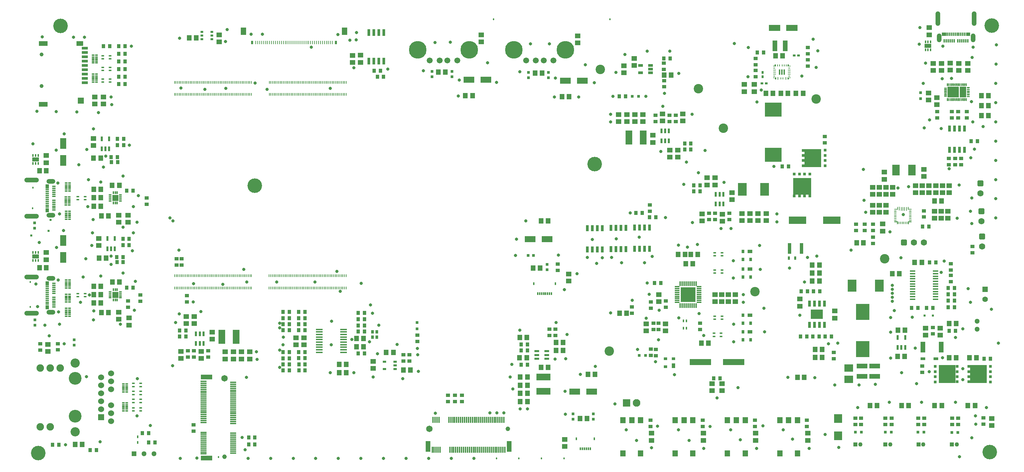
<source format=gts>
G04*
G04 #@! TF.GenerationSoftware,Altium Limited,Altium Designer,25.1.2 (22)*
G04*
G04 Layer_Color=8388736*
%FSLAX43Y43*%
%MOMM*%
G71*
G04*
G04 #@! TF.SameCoordinates,40D48374-329B-4D39-B51B-D84B34E4F720*
G04*
G04*
G04 #@! TF.FilePolarity,Negative*
G04*
G01*
G75*
%ADD21R,0.375X0.225*%
%ADD22R,0.375X1.425*%
%ADD23R,0.250X0.675*%
%ADD24R,0.250X0.600*%
%ADD25R,0.400X0.575*%
%ADD26R,0.600X0.250*%
%ADD27R,0.725X0.250*%
%ADD28R,0.250X0.625*%
%ADD29R,0.350X0.575*%
%ADD30R,1.150X1.450*%
%ADD31R,0.750X0.400*%
%ADD32R,3.607X1.778*%
%ADD33R,0.900X1.000*%
%ADD34R,1.000X0.900*%
%ADD35R,1.250X0.600*%
%ADD36R,1.450X1.150*%
%ADD39R,2.200X1.200*%
%ADD40R,1.800X1.200*%
%ADD41R,1.500X1.600*%
%ADD42R,1.600X0.700*%
%ADD43R,0.800X0.750*%
%ADD44R,0.675X0.750*%
%ADD45R,4.560X4.295*%
%ADD46R,0.655X0.675*%
%ADD47R,3.000X1.600*%
%ADD48R,0.600X1.250*%
%ADD49R,2.210X3.251*%
%ADD50R,1.778X3.607*%
%ADD51R,1.250X0.650*%
%ADD54R,0.700X0.650*%
%ADD55R,0.750X0.850*%
%ADD56R,1.727X0.356*%
%ADD57R,0.953X0.559*%
%ADD58R,0.200X0.700*%
%ADD59R,0.300X0.800*%
%ADD60R,0.400X0.800*%
%ADD61R,0.750X0.800*%
%ADD62R,1.600X2.800*%
%ADD63R,0.300X0.700*%
%ADD64R,0.700X0.300*%
%ADD65R,1.500X1.500*%
%ADD66R,0.600X1.200*%
%ADD67R,0.320X0.660*%
%ADD68R,1.200X1.450*%
%ADD71R,3.850X3.850*%
%ADD72R,0.300X1.150*%
%ADD73R,1.150X0.300*%
%ADD74R,0.650X1.525*%
%ADD75R,3.100X2.400*%
%ADD76R,2.300X3.150*%
%ADD77R,0.610X0.490*%
%ADD78R,1.475X0.450*%
%ADD79R,2.720X1.260*%
%ADD80R,2.230X1.870*%
%ADD81R,1.400X1.600*%
%ADD82R,2.150X2.250*%
G04:AMPARAMS|DCode=83|XSize=0.2mm|YSize=0.95mm|CornerRadius=0.05mm|HoleSize=0mm|Usage=FLASHONLY|Rotation=0.000|XOffset=0mm|YOffset=0mm|HoleType=Round|Shape=RoundedRectangle|*
%AMROUNDEDRECTD83*
21,1,0.200,0.850,0,0,0.0*
21,1,0.100,0.950,0,0,0.0*
1,1,0.100,0.050,-0.425*
1,1,0.100,-0.050,-0.425*
1,1,0.100,-0.050,0.425*
1,1,0.100,0.050,0.425*
%
%ADD83ROUNDEDRECTD83*%
G04:AMPARAMS|DCode=84|XSize=0.2mm|YSize=1mm|CornerRadius=0.05mm|HoleSize=0mm|Usage=FLASHONLY|Rotation=0.000|XOffset=0mm|YOffset=0mm|HoleType=Round|Shape=RoundedRectangle|*
%AMROUNDEDRECTD84*
21,1,0.200,0.900,0,0,0.0*
21,1,0.100,1.000,0,0,0.0*
1,1,0.100,0.050,-0.450*
1,1,0.100,-0.050,-0.450*
1,1,0.100,-0.050,0.450*
1,1,0.100,0.050,0.450*
%
%ADD84ROUNDEDRECTD84*%
%ADD85C,0.175*%
G04:AMPARAMS|DCode=86|XSize=0.6mm|YSize=0.2mm|CornerRadius=0.05mm|HoleSize=0mm|Usage=FLASHONLY|Rotation=0.000|XOffset=0mm|YOffset=0mm|HoleType=Round|Shape=RoundedRectangle|*
%AMROUNDEDRECTD86*
21,1,0.600,0.100,0,0,0.0*
21,1,0.500,0.200,0,0,0.0*
1,1,0.100,0.250,-0.050*
1,1,0.100,-0.250,-0.050*
1,1,0.100,-0.250,0.050*
1,1,0.100,0.250,0.050*
%
%ADD86ROUNDEDRECTD86*%
G04:AMPARAMS|DCode=87|XSize=0.68mm|YSize=0.2mm|CornerRadius=0.05mm|HoleSize=0mm|Usage=FLASHONLY|Rotation=0.000|XOffset=0mm|YOffset=0mm|HoleType=Round|Shape=RoundedRectangle|*
%AMROUNDEDRECTD87*
21,1,0.680,0.100,0,0,0.0*
21,1,0.580,0.200,0,0,0.0*
1,1,0.100,0.290,-0.050*
1,1,0.100,-0.290,-0.050*
1,1,0.100,-0.290,0.050*
1,1,0.100,0.290,0.050*
%
%ADD87ROUNDEDRECTD87*%
G04:AMPARAMS|DCode=88|XSize=0.65mm|YSize=0.2mm|CornerRadius=0.05mm|HoleSize=0mm|Usage=FLASHONLY|Rotation=0.000|XOffset=0mm|YOffset=0mm|HoleType=Round|Shape=RoundedRectangle|*
%AMROUNDEDRECTD88*
21,1,0.650,0.100,0,0,0.0*
21,1,0.550,0.200,0,0,0.0*
1,1,0.100,0.275,-0.050*
1,1,0.100,-0.275,-0.050*
1,1,0.100,-0.275,0.050*
1,1,0.100,0.275,0.050*
%
%ADD88ROUNDEDRECTD88*%
G04:AMPARAMS|DCode=89|XSize=0.7mm|YSize=0.2mm|CornerRadius=0.05mm|HoleSize=0mm|Usage=FLASHONLY|Rotation=0.000|XOffset=0mm|YOffset=0mm|HoleType=Round|Shape=RoundedRectangle|*
%AMROUNDEDRECTD89*
21,1,0.700,0.100,0,0,0.0*
21,1,0.600,0.200,0,0,0.0*
1,1,0.100,0.300,-0.050*
1,1,0.100,-0.300,-0.050*
1,1,0.100,-0.300,0.050*
1,1,0.100,0.300,0.050*
%
%ADD89ROUNDEDRECTD89*%
G04:AMPARAMS|DCode=90|XSize=0.2mm|YSize=0.6mm|CornerRadius=0.05mm|HoleSize=0mm|Usage=FLASHONLY|Rotation=0.000|XOffset=0mm|YOffset=0mm|HoleType=Round|Shape=RoundedRectangle|*
%AMROUNDEDRECTD90*
21,1,0.200,0.500,0,0,0.0*
21,1,0.100,0.600,0,0,0.0*
1,1,0.100,0.050,-0.250*
1,1,0.100,-0.050,-0.250*
1,1,0.100,-0.050,0.250*
1,1,0.100,0.050,0.250*
%
%ADD90ROUNDEDRECTD90*%
%ADD91C,0.158*%
%ADD92C,0.192*%
%ADD93R,0.800X0.800*%
%ADD94R,0.900X1.200*%
%ADD95R,0.900X0.800*%
%ADD96R,0.250X0.900*%
%ADD97R,4.400X1.900*%
%ADD98R,0.540X0.940*%
%ADD99R,0.920X2.820*%
%ADD100R,0.400X0.750*%
%ADD101R,0.420X0.640*%
%ADD102R,0.300X1.550*%
%ADD105R,0.600X0.750*%
%ADD106R,0.750X0.600*%
%ADD107R,1.260X2.720*%
%ADD108R,0.750X0.675*%
%ADD109R,0.800X0.900*%
%ADD110R,2.800X1.600*%
%ADD111R,1.250X0.750*%
%ADD112R,1.200X2.700*%
%ADD113R,0.650X0.700*%
%ADD114R,0.650X1.750*%
%ADD115R,1.400X1.900*%
%ADD116R,0.550X0.900*%
%ADD117R,0.800X0.550*%
%ADD118R,3.500X4.100*%
%ADD119R,4.200X3.550*%
%ADD120R,1.915X2.790*%
%ADD121R,5.500X1.500*%
%ADD122R,0.675X0.655*%
%ADD123R,4.295X4.560*%
%ADD124R,1.200X0.900*%
%ADD125R,1.200X2.750*%
%ADD126R,1.450X1.200*%
%ADD127R,0.800X0.800*%
%ADD128R,0.652X0.302*%
%ADD129R,0.652X0.502*%
%ADD130R,1.650X0.400*%
%ADD131R,2.850X1.300*%
%ADD132R,0.371X0.711*%
%ADD133R,1.651X1.051*%
%ADD134R,0.460X0.800*%
%ADD135R,0.827X0.425*%
%ADD136R,0.425X0.827*%
%ADD137C,1.500*%
%ADD138C,4.500*%
%ADD139C,3.700*%
%ADD140C,1.000*%
%ADD141C,2.400*%
%ADD142C,2.355*%
%ADD143C,1.530*%
%ADD144C,1.905*%
%ADD145C,3.250*%
%ADD146R,1.530X1.530*%
%ADD147C,1.650*%
%ADD148C,1.150*%
%ADD149O,2.227X1.227*%
%ADD150O,3.727X1.227*%
%ADD151C,1.600*%
G04:AMPARAMS|DCode=152|XSize=1.6mm|YSize=1.6mm|CornerRadius=0.4mm|HoleSize=0mm|Usage=FLASHONLY|Rotation=0.000|XOffset=0mm|YOffset=0mm|HoleType=Round|Shape=RoundedRectangle|*
%AMROUNDEDRECTD152*
21,1,1.600,0.800,0,0,0.0*
21,1,0.800,1.600,0,0,0.0*
1,1,0.800,0.400,-0.400*
1,1,0.800,-0.400,-0.400*
1,1,0.800,-0.400,0.400*
1,1,0.800,0.400,0.400*
%
%ADD152ROUNDEDRECTD152*%
%ADD153C,1.416*%
%ADD154R,1.416X1.416*%
%ADD155C,1.100*%
%ADD156R,1.100X1.100*%
%ADD157C,1.300*%
G04:AMPARAMS|DCode=158|XSize=1.6mm|YSize=1.6mm|CornerRadius=0.4mm|HoleSize=0mm|Usage=FLASHONLY|Rotation=270.000|XOffset=0mm|YOffset=0mm|HoleType=Round|Shape=RoundedRectangle|*
%AMROUNDEDRECTD158*
21,1,1.600,0.800,0,0,270.0*
21,1,0.800,1.600,0,0,270.0*
1,1,0.800,-0.400,-0.400*
1,1,0.800,-0.400,0.400*
1,1,0.800,0.400,0.400*
1,1,0.800,0.400,-0.400*
%
%ADD158ROUNDEDRECTD158*%
%ADD159O,1.227X3.727*%
%ADD160O,1.227X2.227*%
%ADD161R,1.950X1.950*%
%ADD162C,1.950*%
%ADD163R,1.300X1.300*%
%ADD164C,0.457*%
%ADD165C,0.610*%
%ADD166C,0.813*%
%ADD167C,0.600*%
G36*
X240916Y109840D02*
X239891D01*
Y110668D01*
X240916D01*
Y109840D01*
D02*
G37*
G36*
X234816D02*
X233791D01*
Y110668D01*
X234816D01*
Y109840D01*
D02*
G37*
G36*
X240090Y97746D02*
X240118Y97718D01*
X240133Y97682D01*
Y97662D01*
Y97142D01*
X240118Y97105D01*
X240090Y97077D01*
X240053Y97062D01*
X239913D01*
X239876Y97077D01*
X239848Y97105D01*
X239833Y97142D01*
Y97682D01*
X239848Y97718D01*
X239876Y97746D01*
X239913Y97762D01*
X240053D01*
X240090Y97746D01*
D02*
G37*
G36*
X239690D02*
X239718Y97718D01*
X239733Y97682D01*
Y97142D01*
X239718Y97105D01*
X239690Y97077D01*
X239653Y97062D01*
X239513D01*
X239476Y97077D01*
X239448Y97105D01*
X239433Y97142D01*
Y97682D01*
X239448Y97718D01*
X239476Y97746D01*
X239513Y97762D01*
X239653D01*
X239690Y97746D01*
D02*
G37*
G36*
X239290D02*
X239318Y97718D01*
X239333Y97682D01*
Y97142D01*
X239318Y97105D01*
X239290Y97077D01*
X239253Y97062D01*
X239113D01*
X239076Y97077D01*
X239048Y97105D01*
X239033Y97142D01*
Y97682D01*
X239048Y97718D01*
X239076Y97746D01*
X239113Y97762D01*
X239253D01*
X239290Y97746D01*
D02*
G37*
G36*
X238890D02*
X238918Y97718D01*
X238933Y97682D01*
Y97142D01*
X238918Y97105D01*
X238890Y97077D01*
X238853Y97062D01*
X238713D01*
X238676Y97077D01*
X238648Y97105D01*
X238633Y97142D01*
Y97682D01*
X238648Y97718D01*
X238676Y97746D01*
X238713Y97762D01*
X238853D01*
X238890Y97746D01*
D02*
G37*
G36*
X238490D02*
X238518Y97718D01*
X238533Y97682D01*
Y97142D01*
X238518Y97105D01*
X238490Y97077D01*
X238453Y97062D01*
X238313D01*
X238276Y97077D01*
X238248Y97105D01*
X238233Y97142D01*
Y97682D01*
X238248Y97718D01*
X238276Y97746D01*
X238313Y97762D01*
X238453D01*
X238490Y97746D01*
D02*
G37*
G36*
X238090D02*
X238118Y97718D01*
X238133Y97682D01*
Y97142D01*
X238118Y97105D01*
X238090Y97077D01*
X238053Y97062D01*
X237913D01*
X237876Y97077D01*
X237848Y97105D01*
X237833Y97142D01*
Y97682D01*
X237848Y97718D01*
X237876Y97746D01*
X237913Y97762D01*
X238053D01*
X238090Y97746D01*
D02*
G37*
G36*
X237690D02*
X237718Y97718D01*
X237733Y97682D01*
Y97142D01*
X237718Y97105D01*
X237690Y97077D01*
X237653Y97062D01*
X237513D01*
X237476Y97077D01*
X237448Y97105D01*
X237433Y97142D01*
Y97682D01*
X237448Y97718D01*
X237476Y97746D01*
X237513Y97762D01*
X237653D01*
X237690Y97746D01*
D02*
G37*
G36*
X237290D02*
X237318Y97718D01*
X237333Y97682D01*
Y97142D01*
X237318Y97105D01*
X237290Y97077D01*
X237253Y97062D01*
X237113D01*
X237076Y97077D01*
X237048Y97105D01*
X237033Y97142D01*
Y97682D01*
X237048Y97718D01*
X237076Y97746D01*
X237113Y97762D01*
X237253D01*
X237290Y97746D01*
D02*
G37*
G36*
X236473D02*
X236501Y97718D01*
X236517Y97682D01*
Y97142D01*
X236501Y97105D01*
X236473Y97077D01*
X236437Y97062D01*
X236297D01*
X236260Y97077D01*
X236232Y97105D01*
X236217Y97142D01*
Y97682D01*
X236232Y97718D01*
X236260Y97746D01*
X236297Y97762D01*
X236437D01*
X236473Y97746D01*
D02*
G37*
G36*
X236090D02*
X236118Y97718D01*
X236133Y97682D01*
Y97142D01*
X236118Y97105D01*
X236090Y97077D01*
X236053Y97062D01*
X235913D01*
X235876Y97077D01*
X235848Y97105D01*
X235833Y97142D01*
Y97682D01*
X235848Y97718D01*
X235876Y97746D01*
X235913Y97762D01*
X236053D01*
X236090Y97746D01*
D02*
G37*
G36*
X235690D02*
X235718Y97718D01*
X235733Y97682D01*
Y97662D01*
Y97142D01*
X235718Y97105D01*
X235690Y97077D01*
X235653Y97062D01*
X235513D01*
X235476Y97077D01*
X235448Y97105D01*
X235433Y97142D01*
Y97682D01*
X235448Y97718D01*
X235476Y97746D01*
X235513Y97762D01*
X235653D01*
X235690Y97746D01*
D02*
G37*
G36*
X235290D02*
X235318Y97718D01*
X235333Y97682D01*
Y97142D01*
X235318Y97105D01*
X235290Y97077D01*
X235253Y97062D01*
X235113D01*
X235076Y97077D01*
X235048Y97105D01*
X235033Y97142D01*
Y97682D01*
X235048Y97718D01*
X235076Y97746D01*
X235113Y97762D01*
X235253D01*
X235290Y97746D01*
D02*
G37*
G36*
X236892Y97743D02*
X236920Y97714D01*
X236936Y97678D01*
Y97138D01*
X236920Y97101D01*
X236892Y97073D01*
X236855Y97058D01*
X236716D01*
X236679Y97073D01*
X236651Y97101D01*
X236636Y97138D01*
Y97678D01*
X236651Y97714D01*
X236679Y97743D01*
X236716Y97758D01*
X236855D01*
X236892Y97743D01*
D02*
G37*
G36*
X240790Y96771D02*
X240818Y96743D01*
X240833Y96707D01*
Y96567D01*
X240818Y96530D01*
X240790Y96502D01*
X240753Y96487D01*
X240213D01*
X240176Y96502D01*
X240148Y96530D01*
X240133Y96567D01*
Y96707D01*
X240148Y96743D01*
X240176Y96771D01*
X240213Y96787D01*
X240753D01*
X240790Y96771D01*
D02*
G37*
G36*
X234990Y96646D02*
X235018Y96618D01*
X235033Y96582D01*
Y96562D01*
Y96442D01*
X235018Y96405D01*
X234990Y96377D01*
X234953Y96362D01*
X234413D01*
X234376Y96377D01*
X234348Y96405D01*
X234333Y96442D01*
Y96582D01*
X234348Y96618D01*
X234376Y96646D01*
X234413Y96662D01*
X234953D01*
X234990Y96646D01*
D02*
G37*
G36*
X240790Y96296D02*
X240818Y96268D01*
X240833Y96232D01*
Y96092D01*
X240818Y96055D01*
X240790Y96027D01*
X240753Y96012D01*
X240213D01*
X240176Y96027D01*
X240148Y96055D01*
X240133Y96092D01*
Y96232D01*
X240148Y96268D01*
X240176Y96296D01*
X240213Y96312D01*
X240753D01*
X240790Y96296D01*
D02*
G37*
G36*
X234990Y96246D02*
X235018Y96218D01*
X235033Y96182D01*
Y96042D01*
X235018Y96005D01*
X234990Y95977D01*
X234953Y95962D01*
X234413D01*
X234376Y95977D01*
X234348Y96005D01*
X234333Y96042D01*
Y96182D01*
X234348Y96218D01*
X234376Y96246D01*
X234413Y96262D01*
X234953D01*
X234990Y96246D01*
D02*
G37*
G36*
X240790Y95846D02*
X240818Y95818D01*
X240833Y95782D01*
Y95642D01*
X240818Y95605D01*
X240790Y95577D01*
X240753Y95562D01*
X240213D01*
X240176Y95577D01*
X240148Y95605D01*
X240133Y95642D01*
Y95782D01*
X240148Y95818D01*
X240176Y95846D01*
X240213Y95862D01*
X240753D01*
X240790Y95846D01*
D02*
G37*
G36*
X234990D02*
X235018Y95818D01*
X235033Y95782D01*
Y95642D01*
X235018Y95605D01*
X234990Y95577D01*
X234953Y95562D01*
X234413D01*
X234376Y95577D01*
X234348Y95605D01*
X234333Y95642D01*
Y95782D01*
X234348Y95818D01*
X234376Y95846D01*
X234413Y95862D01*
X234953D01*
X234990Y95846D01*
D02*
G37*
G36*
X240790Y95446D02*
X240818Y95418D01*
X240833Y95382D01*
Y95242D01*
X240818Y95205D01*
X240790Y95177D01*
X240753Y95162D01*
X240213D01*
X240176Y95177D01*
X240148Y95205D01*
X240133Y95242D01*
Y95382D01*
X240148Y95418D01*
X240176Y95446D01*
X240213Y95462D01*
X240753D01*
X240790Y95446D01*
D02*
G37*
G36*
X234990D02*
X235018Y95418D01*
X235033Y95382D01*
Y95242D01*
X235018Y95205D01*
X234990Y95177D01*
X234953Y95162D01*
X234413D01*
X234376Y95177D01*
X234348Y95205D01*
X234333Y95242D01*
Y95382D01*
X234348Y95418D01*
X234376Y95446D01*
X234413Y95462D01*
X234953D01*
X234990Y95446D01*
D02*
G37*
G36*
Y95046D02*
X235018Y95018D01*
X235033Y94982D01*
Y94842D01*
X235018Y94805D01*
X234990Y94777D01*
X234953Y94762D01*
X234413D01*
X234376Y94777D01*
X234348Y94805D01*
X234333Y94842D01*
Y94982D01*
X234348Y95018D01*
X234376Y95046D01*
X234413Y95062D01*
X234953D01*
X234990Y95046D01*
D02*
G37*
G36*
X240790Y94996D02*
X240818Y94968D01*
X240833Y94932D01*
Y94792D01*
X240818Y94755D01*
X240790Y94727D01*
X240753Y94712D01*
X240213D01*
X240176Y94727D01*
X240148Y94755D01*
X240133Y94792D01*
Y94932D01*
X240148Y94968D01*
X240176Y94996D01*
X240213Y95012D01*
X240753D01*
X240790Y94996D01*
D02*
G37*
G36*
X234990Y94646D02*
X235018Y94618D01*
X235033Y94582D01*
Y94442D01*
X235018Y94405D01*
X234990Y94377D01*
X234953Y94362D01*
X234413D01*
X234376Y94377D01*
X234348Y94405D01*
X234333Y94442D01*
Y94582D01*
X234348Y94618D01*
X234376Y94646D01*
X234413Y94662D01*
X234953D01*
X234990Y94646D01*
D02*
G37*
G36*
X240790Y94521D02*
X240818Y94493D01*
X240833Y94457D01*
Y94317D01*
X240818Y94280D01*
X240790Y94252D01*
X240753Y94237D01*
X240213D01*
X240176Y94252D01*
X240148Y94280D01*
X240133Y94317D01*
Y94457D01*
X240148Y94493D01*
X240176Y94521D01*
X240213Y94537D01*
X240753D01*
X240790Y94521D01*
D02*
G37*
G36*
X239915Y96871D02*
X239943Y96843D01*
X239958Y96807D01*
Y94217D01*
X239943Y94180D01*
X239915Y94152D01*
X239878Y94137D01*
X238408D01*
X238371Y94152D01*
X238343Y94180D01*
X238328Y94217D01*
Y96807D01*
X238343Y96843D01*
X238371Y96871D01*
X238408Y96887D01*
X239878D01*
X239915Y96871D01*
D02*
G37*
G36*
X237985D02*
X238013Y96843D01*
X238028Y96807D01*
Y94217D01*
X238013Y94180D01*
X237985Y94152D01*
X237948Y94137D01*
X235288D01*
X235251Y94152D01*
X235223Y94180D01*
X235208Y94217D01*
Y94237D01*
Y96807D01*
X235223Y96843D01*
X235251Y96871D01*
X235288Y96887D01*
X237948D01*
X237985Y96871D01*
D02*
G37*
G36*
X240090Y93946D02*
X240118Y93918D01*
X240133Y93882D01*
Y93342D01*
X240118Y93305D01*
X240090Y93277D01*
X240053Y93262D01*
X239913D01*
X239876Y93277D01*
X239848Y93305D01*
X239833Y93342D01*
Y93362D01*
Y93882D01*
X239848Y93918D01*
X239876Y93946D01*
X239913Y93962D01*
X240053D01*
X240090Y93946D01*
D02*
G37*
G36*
X239690D02*
X239718Y93918D01*
X239733Y93882D01*
Y93342D01*
X239718Y93305D01*
X239690Y93277D01*
X239653Y93262D01*
X239513D01*
X239476Y93277D01*
X239448Y93305D01*
X239433Y93342D01*
Y93362D01*
Y93882D01*
X239448Y93918D01*
X239476Y93946D01*
X239513Y93962D01*
X239653D01*
X239690Y93946D01*
D02*
G37*
G36*
X239290D02*
X239318Y93918D01*
X239333Y93882D01*
Y93342D01*
X239318Y93305D01*
X239290Y93277D01*
X239253Y93262D01*
X239113D01*
X239076Y93277D01*
X239048Y93305D01*
X239033Y93342D01*
Y93882D01*
X239048Y93918D01*
X239076Y93946D01*
X239113Y93962D01*
X239253D01*
X239290Y93946D01*
D02*
G37*
G36*
X238890D02*
X238918Y93918D01*
X238933Y93882D01*
Y93342D01*
X238918Y93305D01*
X238890Y93277D01*
X238853Y93262D01*
X238713D01*
X238676Y93277D01*
X238648Y93305D01*
X238633Y93342D01*
Y93882D01*
X238648Y93918D01*
X238676Y93946D01*
X238713Y93962D01*
X238853D01*
X238890Y93946D01*
D02*
G37*
G36*
X238490D02*
X238518Y93918D01*
X238533Y93882D01*
Y93862D01*
Y93342D01*
X238518Y93305D01*
X238490Y93277D01*
X238453Y93262D01*
X238313D01*
X238276Y93277D01*
X238248Y93305D01*
X238233Y93342D01*
Y93882D01*
X238248Y93918D01*
X238276Y93946D01*
X238313Y93962D01*
X238453D01*
X238490Y93946D01*
D02*
G37*
G36*
X238090D02*
X238118Y93918D01*
X238133Y93882D01*
Y93342D01*
X238118Y93305D01*
X238090Y93277D01*
X238053Y93262D01*
X237913D01*
X237876Y93277D01*
X237848Y93305D01*
X237833Y93342D01*
Y93882D01*
X237848Y93918D01*
X237876Y93946D01*
X237913Y93962D01*
X238053D01*
X238090Y93946D01*
D02*
G37*
G36*
X237690D02*
X237718Y93918D01*
X237733Y93882D01*
Y93342D01*
X237718Y93305D01*
X237690Y93277D01*
X237653Y93262D01*
X237513D01*
X237476Y93277D01*
X237448Y93305D01*
X237433Y93342D01*
Y93882D01*
X237448Y93918D01*
X237476Y93946D01*
X237513Y93962D01*
X237653D01*
X237690Y93946D01*
D02*
G37*
G36*
X237290D02*
X237318Y93918D01*
X237333Y93882D01*
Y93862D01*
Y93342D01*
X237318Y93305D01*
X237290Y93277D01*
X237253Y93262D01*
X237113D01*
X237076Y93277D01*
X237048Y93305D01*
X237033Y93342D01*
Y93882D01*
X237048Y93918D01*
X237076Y93946D01*
X237113Y93962D01*
X237253D01*
X237290Y93946D01*
D02*
G37*
G36*
X236890D02*
X236918Y93918D01*
X236933Y93882D01*
Y93342D01*
X236918Y93305D01*
X236890Y93277D01*
X236853Y93262D01*
X236713D01*
X236676Y93277D01*
X236648Y93305D01*
X236633Y93342D01*
Y93882D01*
X236648Y93918D01*
X236676Y93946D01*
X236713Y93962D01*
X236853D01*
X236890Y93946D01*
D02*
G37*
G36*
X236490D02*
X236518Y93918D01*
X236533Y93882D01*
Y93862D01*
Y93342D01*
X236518Y93305D01*
X236490Y93277D01*
X236453Y93262D01*
X236313D01*
X236276Y93277D01*
X236248Y93305D01*
X236233Y93342D01*
Y93882D01*
X236248Y93918D01*
X236276Y93946D01*
X236313Y93962D01*
X236453D01*
X236490Y93946D01*
D02*
G37*
G36*
X236090D02*
X236118Y93918D01*
X236133Y93882D01*
Y93342D01*
X236118Y93305D01*
X236090Y93277D01*
X236053Y93262D01*
X235913D01*
X235876Y93277D01*
X235848Y93305D01*
X235833Y93342D01*
Y93882D01*
X235848Y93918D01*
X235876Y93946D01*
X235913Y93962D01*
X236053D01*
X236090Y93946D01*
D02*
G37*
G36*
X235690D02*
X235718Y93918D01*
X235733Y93882D01*
Y93342D01*
X235718Y93305D01*
X235690Y93277D01*
X235653Y93262D01*
X235513D01*
X235476Y93277D01*
X235448Y93305D01*
X235433Y93342D01*
Y93882D01*
X235448Y93918D01*
X235476Y93946D01*
X235513Y93962D01*
X235653D01*
X235690Y93946D01*
D02*
G37*
G36*
X235290D02*
X235318Y93918D01*
X235333Y93882D01*
Y93342D01*
X235318Y93305D01*
X235290Y93277D01*
X235253Y93262D01*
X235113D01*
X235076Y93277D01*
X235048Y93305D01*
X235033Y93342D01*
Y93362D01*
Y93882D01*
X235048Y93918D01*
X235076Y93946D01*
X235113Y93962D01*
X235253D01*
X235290Y93946D01*
D02*
G37*
G36*
X6430Y70973D02*
X5603D01*
Y71998D01*
X6430D01*
Y70973D01*
D02*
G37*
G36*
X225265Y66243D02*
X225279Y66229D01*
X225286Y66211D01*
X225286Y66201D01*
X225286Y65751D01*
X225986Y65751D01*
X225996Y65751D01*
X226015Y65743D01*
X226029Y65729D01*
X226036Y65711D01*
X226036Y65701D01*
Y65601D01*
X226036Y65591D01*
X226029Y65572D01*
X226015Y65558D01*
X225996Y65551D01*
X225986Y65551D01*
X225136Y65551D01*
X225126Y65551D01*
X225108Y65558D01*
X225094Y65572D01*
X225086Y65591D01*
X225086Y65601D01*
Y66211D01*
X225094Y66229D01*
X225108Y66243D01*
X225126Y66251D01*
X225136Y66251D01*
X225236Y66251D01*
X225246Y66251D01*
X225265Y66243D01*
D02*
G37*
G36*
X222565Y66243D02*
X222579Y66229D01*
X222586Y66211D01*
Y65601D01*
X222586Y65591D01*
X222579Y65572D01*
X222565Y65558D01*
X222546Y65551D01*
X222536Y65551D01*
X221686Y65551D01*
X221676Y65551D01*
X221658Y65558D01*
X221644Y65572D01*
X221636Y65591D01*
X221636Y65601D01*
Y65711D01*
X221644Y65729D01*
X221658Y65743D01*
X221676Y65751D01*
X221686D01*
X222386Y65751D01*
Y66211D01*
X222394Y66229D01*
X222408Y66243D01*
X222426Y66251D01*
X222536D01*
X222546Y66251D01*
X222565Y66243D01*
D02*
G37*
G36*
X6430Y64873D02*
X5603D01*
Y65898D01*
X6430D01*
Y64873D01*
D02*
G37*
G36*
X222515Y62543D02*
X222529Y62529D01*
X222536Y62511D01*
X222536Y62501D01*
Y61901D01*
X222536Y61891D01*
X222529Y61872D01*
X222515Y61858D01*
X222496Y61851D01*
X222486Y61851D01*
X222386D01*
X222376Y61851D01*
X222358Y61858D01*
X222344Y61872D01*
X222336Y61891D01*
X222336Y61901D01*
Y62351D01*
X221676D01*
X221658Y62358D01*
X221644Y62372D01*
X221636Y62391D01*
Y62501D01*
X221636Y62511D01*
X221644Y62529D01*
X221658Y62543D01*
X221676Y62551D01*
X221686Y62551D01*
X222486D01*
X222496Y62551D01*
X222515Y62543D01*
D02*
G37*
G36*
X225186Y62551D02*
X225986Y62551D01*
X225996Y62551D01*
X226015Y62543D01*
X226029Y62529D01*
X226036Y62511D01*
X226036Y62501D01*
Y62391D01*
X226029Y62372D01*
X226015Y62358D01*
X225996Y62351D01*
X225336D01*
X225336Y61901D01*
X225336Y61891D01*
X225329Y61872D01*
X225315Y61858D01*
X225296Y61851D01*
X225286Y61851D01*
X225186D01*
X225176Y61851D01*
X225158Y61858D01*
X225144Y61872D01*
X225136Y61891D01*
Y62501D01*
X225136Y62511D01*
X225144Y62529D01*
X225158Y62543D01*
X225176Y62551D01*
X225186Y62551D01*
D02*
G37*
G36*
X6433Y46256D02*
X5606D01*
Y47281D01*
X6433D01*
Y46256D01*
D02*
G37*
G36*
Y40156D02*
X5606D01*
Y41181D01*
X6433D01*
Y40156D01*
D02*
G37*
D21*
X191007Y99129D02*
D03*
X195031D02*
D03*
X191007Y102105D02*
D03*
X195031D02*
D03*
D22*
X193019Y100617D02*
D03*
X192394D02*
D03*
X193644D02*
D03*
D23*
X194069Y99004D02*
D03*
X191969D02*
D03*
D24*
X193269Y98967D02*
D03*
X192769D02*
D03*
D25*
X191394Y98955D02*
D03*
X194644D02*
D03*
D26*
X191119Y99617D02*
D03*
Y101617D02*
D03*
X194919Y99617D02*
D03*
Y101617D02*
D03*
D27*
X191181Y100117D02*
D03*
Y100617D02*
D03*
X194856D02*
D03*
Y101117D02*
D03*
X191181D02*
D03*
X194856Y100117D02*
D03*
D28*
X194144Y102254D02*
D03*
X192394D02*
D03*
X191894D02*
D03*
X193644D02*
D03*
X193144D02*
D03*
D29*
X191369Y102279D02*
D03*
X194669D02*
D03*
D30*
X191429Y104775D02*
D03*
X193229D02*
D03*
X126426Y16642D02*
D03*
X128226D02*
D03*
X126426Y18708D02*
D03*
X128226D02*
D03*
X126426Y20774D02*
D03*
X128226D02*
D03*
X126426Y22840D02*
D03*
X128226D02*
D03*
X126285Y32974D02*
D03*
X128085D02*
D03*
X131746Y25329D02*
D03*
X133546D02*
D03*
X137307Y29644D02*
D03*
X135507D02*
D03*
Y31676D02*
D03*
X137307D02*
D03*
X128060Y27818D02*
D03*
X126260D02*
D03*
X164854Y99868D02*
D03*
X163054D02*
D03*
X190779Y95156D02*
D03*
X188979D02*
D03*
X194589D02*
D03*
X192789D02*
D03*
X13095Y5690D02*
D03*
X14895D02*
D03*
X84723Y30613D02*
D03*
X86523D02*
D03*
X84723Y32671D02*
D03*
X86523D02*
D03*
X82104Y23984D02*
D03*
X80304D02*
D03*
X82104Y26067D02*
D03*
X80304D02*
D03*
X92293Y29115D02*
D03*
X94093D02*
D03*
X96661Y24670D02*
D03*
X98461D02*
D03*
X222586Y34820D02*
D03*
X224386D02*
D03*
X224280Y28097D02*
D03*
X222480D02*
D03*
X17852Y41719D02*
D03*
X19652D02*
D03*
Y43853D02*
D03*
X17852D02*
D03*
Y45986D02*
D03*
X19652D02*
D03*
X19215Y53209D02*
D03*
X21015D02*
D03*
X19780Y63980D02*
D03*
X21580D02*
D03*
X19783Y39264D02*
D03*
X21583D02*
D03*
X22551Y47053D02*
D03*
X24351D02*
D03*
X17850Y66436D02*
D03*
X19650D02*
D03*
Y68569D02*
D03*
X17850D02*
D03*
Y70703D02*
D03*
X19650D02*
D03*
X19593Y78660D02*
D03*
X17793D02*
D03*
X22549Y71770D02*
D03*
X24349D02*
D03*
X203299Y29888D02*
D03*
X201499D02*
D03*
X202562Y47338D02*
D03*
X200762D02*
D03*
X237385Y36543D02*
D03*
X235585D02*
D03*
X215443Y15613D02*
D03*
X217243D02*
D03*
X225320D02*
D03*
X223520D02*
D03*
X233728D02*
D03*
X231928D02*
D03*
X240386D02*
D03*
X242186D02*
D03*
X200762Y49370D02*
D03*
X202562D02*
D03*
Y51427D02*
D03*
X200762D02*
D03*
X168518Y51765D02*
D03*
X170318D02*
D03*
X141594Y12319D02*
D03*
X143394D02*
D03*
X245615Y94558D02*
D03*
Y92018D02*
D03*
Y89478D02*
D03*
X174331Y31471D02*
D03*
X138822Y94310D02*
D03*
X169792Y54157D02*
D03*
X168388Y54127D02*
D03*
X226848Y52062D02*
D03*
X221107Y49217D02*
D03*
X235611Y27780D02*
D03*
X151684Y39115D02*
D03*
X131688Y62662D02*
D03*
X143677Y23520D02*
D03*
X42153Y109296D02*
D03*
X114260Y94564D02*
D03*
X43953Y109296D02*
D03*
X132015Y100355D02*
D03*
X130215D02*
D03*
X133488Y62662D02*
D03*
X131456Y50622D02*
D03*
X129656D02*
D03*
X145477Y23520D02*
D03*
X243815Y89478D02*
D03*
Y92018D02*
D03*
Y94558D02*
D03*
X233702Y67734D02*
D03*
X231902D02*
D03*
X228648Y52062D02*
D03*
X222907Y49217D02*
D03*
X240767Y27780D02*
D03*
X242567D02*
D03*
X237411D02*
D03*
X196624Y95156D02*
D03*
X198424D02*
D03*
X201473Y27856D02*
D03*
X203273D02*
D03*
X171592Y54157D02*
D03*
X166588Y54127D02*
D03*
X172531Y31471D02*
D03*
X153484Y39115D02*
D03*
X137022Y94310D02*
D03*
X112460Y94564D02*
D03*
X105577Y100609D02*
D03*
X107377D02*
D03*
D31*
X20156Y104746D02*
D03*
Y103946D02*
D03*
X22006D02*
D03*
Y104746D02*
D03*
Y98853D02*
D03*
Y98053D02*
D03*
X20156D02*
D03*
Y98853D02*
D03*
Y101800D02*
D03*
Y101000D02*
D03*
X22006D02*
D03*
Y101800D02*
D03*
X13807Y44164D02*
D03*
Y43364D02*
D03*
X15657D02*
D03*
Y44164D02*
D03*
X15655Y68881D02*
D03*
Y68081D02*
D03*
X13805D02*
D03*
Y68881D02*
D03*
X29805Y14230D02*
D03*
Y15030D02*
D03*
X29801Y17164D02*
D03*
Y16364D02*
D03*
Y21228D02*
D03*
Y20428D02*
D03*
Y18396D02*
D03*
Y19196D02*
D03*
X27951Y16364D02*
D03*
Y17164D02*
D03*
Y19196D02*
D03*
Y18396D02*
D03*
Y20428D02*
D03*
Y21228D02*
D03*
X27955Y14230D02*
D03*
Y15030D02*
D03*
X177574Y34042D02*
D03*
Y33242D02*
D03*
X175724D02*
D03*
Y34042D02*
D03*
X175903Y38372D02*
D03*
Y37572D02*
D03*
X177753D02*
D03*
Y38372D02*
D03*
Y54540D02*
D03*
Y53740D02*
D03*
X175903D02*
D03*
Y54540D02*
D03*
X175902Y50171D02*
D03*
Y49371D02*
D03*
X177752D02*
D03*
Y50171D02*
D03*
D32*
X132290Y19262D02*
D03*
Y22912D02*
D03*
D33*
X128264Y29622D02*
D03*
X126664D02*
D03*
X128264Y31171D02*
D03*
X126664D02*
D03*
X128264Y26040D02*
D03*
X126664D02*
D03*
X20306Y107191D02*
D03*
X21906D02*
D03*
X24192D02*
D03*
X25792D02*
D03*
X24192Y105256D02*
D03*
X25792D02*
D03*
X24192Y103320D02*
D03*
X25792D02*
D03*
X24192Y101385D02*
D03*
X25792D02*
D03*
X24192Y99449D02*
D03*
X25792D02*
D03*
X24192Y97514D02*
D03*
X25792D02*
D03*
X153264Y94386D02*
D03*
X151664D02*
D03*
X188354Y105588D02*
D03*
X186754D02*
D03*
X172221Y70200D02*
D03*
X170621D02*
D03*
X172221Y71724D02*
D03*
X170621D02*
D03*
X57264Y7468D02*
D03*
X58864D02*
D03*
X57264Y5715D02*
D03*
X58864D02*
D03*
X7353Y5613D02*
D03*
X8953D02*
D03*
X16929Y4216D02*
D03*
X18529D02*
D03*
X67627Y39451D02*
D03*
X66027D02*
D03*
X70041D02*
D03*
X71641D02*
D03*
X86728Y34474D02*
D03*
X85128D02*
D03*
X86728Y28861D02*
D03*
X85128D02*
D03*
X67627Y29191D02*
D03*
X66027D02*
D03*
X67627Y27641D02*
D03*
X66027D02*
D03*
X71641Y29216D02*
D03*
X70041D02*
D03*
X71641Y27667D02*
D03*
X70041D02*
D03*
X66027Y34804D02*
D03*
X67627D02*
D03*
X66027Y36354D02*
D03*
X67627D02*
D03*
X66027Y37903D02*
D03*
X67627D02*
D03*
X85128Y39249D02*
D03*
X86728D02*
D03*
X71641Y37903D02*
D03*
X70041D02*
D03*
X71641Y36354D02*
D03*
X70041D02*
D03*
X71641Y34804D02*
D03*
X70041D02*
D03*
X67640Y26117D02*
D03*
X66040D02*
D03*
X67627Y24568D02*
D03*
X66027D02*
D03*
X70053Y26117D02*
D03*
X71653D02*
D03*
X70053Y24568D02*
D03*
X71653D02*
D03*
X86728Y37624D02*
D03*
X85128D02*
D03*
X86728Y36023D02*
D03*
X85128D02*
D03*
X193091Y76581D02*
D03*
X194691D02*
D03*
X41288Y33223D02*
D03*
X39688D02*
D03*
X41288Y34747D02*
D03*
X39688D02*
D03*
X23735Y52180D02*
D03*
X25335D02*
D03*
X23705Y53434D02*
D03*
X25305D02*
D03*
X26860Y56515D02*
D03*
X25260D02*
D03*
X26860Y58090D02*
D03*
X25260D02*
D03*
X26251Y45669D02*
D03*
X27851D02*
D03*
X23913Y77631D02*
D03*
X22313D02*
D03*
X23883Y78885D02*
D03*
X22283D02*
D03*
X25438Y83541D02*
D03*
X23838D02*
D03*
X25438Y81966D02*
D03*
X23838D02*
D03*
X26249Y70386D02*
D03*
X27849D02*
D03*
X160584Y46825D02*
D03*
X162184D02*
D03*
X200913Y33190D02*
D03*
X202513D02*
D03*
X197789D02*
D03*
X199389D02*
D03*
X204062D02*
D03*
X205662D02*
D03*
X231494Y40480D02*
D03*
X229894D02*
D03*
X227633D02*
D03*
X226033D02*
D03*
X230631Y52062D02*
D03*
X232231D02*
D03*
X228853Y61257D02*
D03*
X230453D02*
D03*
X235609Y34612D02*
D03*
X237209D02*
D03*
X235381Y40683D02*
D03*
X236981D02*
D03*
X235381Y42334D02*
D03*
X236981D02*
D03*
X169869Y82372D02*
D03*
X168269D02*
D03*
X169869Y80848D02*
D03*
X168269D02*
D03*
X202691Y44721D02*
D03*
X33419Y6240D02*
D03*
X30188Y8548D02*
D03*
X242797Y82974D02*
D03*
X155865Y64667D02*
D03*
X236981Y45534D02*
D03*
Y43934D02*
D03*
X197941Y44696D02*
D03*
X164569Y104101D02*
D03*
X90030Y99390D02*
D03*
X89243Y100965D02*
D03*
X91630Y99390D02*
D03*
X90843Y100965D02*
D03*
X31788Y8548D02*
D03*
X31819Y6240D02*
D03*
X162969Y104101D02*
D03*
X241197Y82974D02*
D03*
X235381Y43934D02*
D03*
Y45534D02*
D03*
X244499Y27526D02*
D03*
X246099D02*
D03*
X201091Y44721D02*
D03*
X199541Y44696D02*
D03*
X159332Y63626D02*
D03*
X160932D02*
D03*
X157465Y64667D02*
D03*
X177279Y22530D02*
D03*
X175679D02*
D03*
D34*
X133854Y33444D02*
D03*
Y35044D02*
D03*
X135378Y33444D02*
D03*
Y35044D02*
D03*
X163088Y96834D02*
D03*
Y98434D02*
D03*
X176044Y64610D02*
D03*
Y63010D02*
D03*
X179625Y64610D02*
D03*
Y63010D02*
D03*
X174495D02*
D03*
Y64610D02*
D03*
X8738Y31382D02*
D03*
Y29782D02*
D03*
X4242Y29731D02*
D03*
Y31331D02*
D03*
X96672Y26943D02*
D03*
Y28543D02*
D03*
X98222Y28530D02*
D03*
Y26930D02*
D03*
X203987Y84188D02*
D03*
Y82588D02*
D03*
X228764Y25684D02*
D03*
Y24084D02*
D03*
X43358Y29589D02*
D03*
Y27989D02*
D03*
X41808Y29589D02*
D03*
Y27989D02*
D03*
X46939Y29589D02*
D03*
Y27989D02*
D03*
X100203Y31953D02*
D03*
Y33553D02*
D03*
X29667Y43751D02*
D03*
Y42151D02*
D03*
X26543Y40653D02*
D03*
Y42253D02*
D03*
X31344Y68491D02*
D03*
Y66891D02*
D03*
X163517Y40640D02*
D03*
Y42240D02*
D03*
X159682Y40386D02*
D03*
Y41986D02*
D03*
X216242Y56926D02*
D03*
Y58526D02*
D03*
X236000Y48747D02*
D03*
Y47147D02*
D03*
Y51744D02*
D03*
Y50144D02*
D03*
X216242Y60254D02*
D03*
Y61854D02*
D03*
X231482Y35514D02*
D03*
Y33914D02*
D03*
X159614Y10300D02*
D03*
Y11900D02*
D03*
X219391Y12400D02*
D03*
Y10800D02*
D03*
X213194Y12400D02*
D03*
Y10800D02*
D03*
X227722Y12349D02*
D03*
Y10749D02*
D03*
X220941Y12400D02*
D03*
Y10800D02*
D03*
X229272Y12349D02*
D03*
Y10749D02*
D03*
X236333Y12400D02*
D03*
Y10800D02*
D03*
X237857Y12400D02*
D03*
Y10800D02*
D03*
X244334Y12451D02*
D03*
Y10851D02*
D03*
X164447Y87961D02*
D03*
Y89561D02*
D03*
X165996D02*
D03*
Y87961D02*
D03*
X160865D02*
D03*
Y89561D02*
D03*
X161619Y36587D02*
D03*
Y34987D02*
D03*
X186148Y10300D02*
D03*
Y11900D02*
D03*
X172881Y10300D02*
D03*
Y11900D02*
D03*
X199415Y10300D02*
D03*
Y11900D02*
D03*
X135966Y50025D02*
D03*
X232603Y90546D02*
D03*
X236260Y90520D02*
D03*
X41580Y43599D02*
D03*
X199607Y102154D02*
D03*
X186323Y99436D02*
D03*
X238695Y76954D02*
D03*
X237125Y76955D02*
D03*
X235552D02*
D03*
X199607Y106853D02*
D03*
X160909Y28334D02*
D03*
X172161Y34963D02*
D03*
X206209Y29113D02*
D03*
X135966Y51625D02*
D03*
X41580Y41999D02*
D03*
X111557Y18250D02*
D03*
X108001Y18224D02*
D03*
X109779D02*
D03*
X43282Y10706D02*
D03*
X186309Y104076D02*
D03*
X40183Y51422D02*
D03*
Y53022D02*
D03*
X38929Y51422D02*
D03*
Y53022D02*
D03*
X111557Y16650D02*
D03*
X109779Y16624D02*
D03*
X108001D02*
D03*
X43282Y9106D02*
D03*
X162986Y101297D02*
D03*
Y102897D02*
D03*
X232603Y88946D02*
D03*
X235552Y78555D02*
D03*
X237125D02*
D03*
X238695Y78554D02*
D03*
X236260Y88920D02*
D03*
X240098D02*
D03*
Y90520D02*
D03*
X237862Y88920D02*
D03*
Y90520D02*
D03*
X229170Y63645D02*
D03*
Y65245D02*
D03*
X211873Y60215D02*
D03*
Y61815D02*
D03*
X214083Y61854D02*
D03*
Y60254D02*
D03*
X241565Y56139D02*
D03*
Y54539D02*
D03*
X211695Y10800D02*
D03*
Y12400D02*
D03*
X199607Y103754D02*
D03*
Y105253D02*
D03*
X186309Y102476D02*
D03*
X186323Y101036D02*
D03*
X206209Y27513D02*
D03*
X160365Y36587D02*
D03*
Y34987D02*
D03*
X159383Y65112D02*
D03*
Y66712D02*
D03*
X159655Y29962D02*
D03*
Y28362D02*
D03*
X160909Y29934D02*
D03*
X154813Y39129D02*
D03*
Y40729D02*
D03*
X172161Y36563D02*
D03*
D35*
X133134Y28504D02*
D03*
Y29454D02*
D03*
X130634D02*
D03*
Y28504D02*
D03*
Y27554D02*
D03*
X133134D02*
D03*
D36*
X233666Y102822D02*
D03*
Y101022D02*
D03*
X20344Y92462D02*
D03*
Y94262D02*
D03*
X18109D02*
D03*
Y92462D02*
D03*
X180337Y69891D02*
D03*
Y68091D02*
D03*
X177847Y62605D02*
D03*
Y64405D02*
D03*
X182826Y62772D02*
D03*
Y64572D02*
D03*
X184892D02*
D03*
Y62772D02*
D03*
X186958D02*
D03*
Y64572D02*
D03*
X189023D02*
D03*
Y62772D02*
D03*
X173989Y71852D02*
D03*
Y73652D02*
D03*
X176021D02*
D03*
Y71852D02*
D03*
X172691Y64430D02*
D03*
Y62630D02*
D03*
X6147Y29402D02*
D03*
Y31202D02*
D03*
X69291Y32910D02*
D03*
Y31110D02*
D03*
X71323Y32910D02*
D03*
Y31110D02*
D03*
X88976Y25090D02*
D03*
Y26890D02*
D03*
X166501Y80719D02*
D03*
Y78919D02*
D03*
X164469D02*
D03*
Y80719D02*
D03*
X157665Y87999D02*
D03*
Y89799D02*
D03*
X155599D02*
D03*
Y87999D02*
D03*
X153533D02*
D03*
Y89799D02*
D03*
X151467D02*
D03*
Y87999D02*
D03*
X41427Y38289D02*
D03*
Y36489D02*
D03*
X43459Y38289D02*
D03*
Y36489D02*
D03*
X51308Y27486D02*
D03*
Y29286D02*
D03*
X53382Y27486D02*
D03*
Y29286D02*
D03*
X55457Y27486D02*
D03*
Y29286D02*
D03*
X57531Y27486D02*
D03*
Y29286D02*
D03*
X231532Y101022D02*
D03*
Y102822D02*
D03*
X232504Y94116D02*
D03*
Y92316D02*
D03*
X216104Y64874D02*
D03*
Y66674D02*
D03*
X217813Y64874D02*
D03*
Y66674D02*
D03*
X230342Y95269D02*
D03*
Y93469D02*
D03*
X216104Y69446D02*
D03*
Y71246D02*
D03*
X217813Y69446D02*
D03*
Y71246D02*
D03*
X219522Y69446D02*
D03*
Y71246D02*
D03*
X228771Y71652D02*
D03*
Y69852D02*
D03*
X230480Y71652D02*
D03*
Y69852D02*
D03*
X232189Y71652D02*
D03*
Y69852D02*
D03*
X233898Y71652D02*
D03*
Y69852D02*
D03*
X235607Y71652D02*
D03*
Y69852D02*
D03*
X233590Y65120D02*
D03*
Y63320D02*
D03*
X235299Y65120D02*
D03*
Y63320D02*
D03*
X40005Y29410D02*
D03*
Y27610D02*
D03*
X48006Y34337D02*
D03*
Y32537D02*
D03*
X45161Y29384D02*
D03*
Y27584D02*
D03*
X5766Y52796D02*
D03*
Y54596D02*
D03*
X19152Y58202D02*
D03*
Y56402D02*
D03*
X24162Y37619D02*
D03*
Y39419D02*
D03*
X24160Y62335D02*
D03*
Y64135D02*
D03*
X26566Y62323D02*
D03*
Y64123D02*
D03*
X26822Y37908D02*
D03*
Y36108D02*
D03*
X5763Y77512D02*
D03*
Y79312D02*
D03*
X17729Y83653D02*
D03*
Y81853D02*
D03*
X161739Y43889D02*
D03*
Y42089D02*
D03*
X197625Y40951D02*
D03*
Y42751D02*
D03*
X206488Y39703D02*
D03*
Y37903D02*
D03*
X229602Y35334D02*
D03*
Y33534D02*
D03*
X218680Y60077D02*
D03*
Y61877D02*
D03*
X233285Y33534D02*
D03*
Y35334D02*
D03*
X246442Y12275D02*
D03*
Y10475D02*
D03*
X167799Y89941D02*
D03*
Y88141D02*
D03*
X160154Y82680D02*
D03*
Y84480D02*
D03*
X162643Y88166D02*
D03*
Y89966D02*
D03*
X181141Y43904D02*
D03*
Y42104D02*
D03*
X179432D02*
D03*
Y43904D02*
D03*
X177723D02*
D03*
Y42104D02*
D03*
X176014D02*
D03*
Y43904D02*
D03*
X186334Y8545D02*
D03*
Y6745D02*
D03*
X173076D02*
D03*
Y8545D02*
D03*
X199593D02*
D03*
Y6745D02*
D03*
X227062Y69852D02*
D03*
X159817Y8545D02*
D03*
X240372Y102822D02*
D03*
X238060D02*
D03*
X230491Y111915D02*
D03*
X183478Y97428D02*
D03*
X227062Y71652D02*
D03*
X221231Y71246D02*
D03*
X175209Y19401D02*
D03*
X141021Y109866D02*
D03*
X177816Y19401D02*
D03*
X163398Y34609D02*
D03*
X158521D02*
D03*
X231881Y63320D02*
D03*
X219522Y66674D02*
D03*
X152826Y102246D02*
D03*
X155454Y104098D02*
D03*
X138735Y49135D02*
D03*
X137770Y5171D02*
D03*
X159817Y6745D02*
D03*
X116459Y110120D02*
D03*
X85725Y104888D02*
D03*
X83693Y104851D02*
D03*
X49772Y110096D02*
D03*
X141021Y108066D02*
D03*
X155454Y102298D02*
D03*
X49772Y108296D02*
D03*
X85725Y103088D02*
D03*
X83693Y103051D02*
D03*
X152826Y100446D02*
D03*
X230491Y110115D02*
D03*
X238060Y101022D02*
D03*
X240372D02*
D03*
X219522Y64874D02*
D03*
X221231Y69446D02*
D03*
X219061Y73285D02*
D03*
Y75085D02*
D03*
X229170Y75797D02*
D03*
Y73997D02*
D03*
X231881Y65120D02*
D03*
X186018Y97428D02*
D03*
Y95628D02*
D03*
X183478D02*
D03*
X158521Y36409D02*
D03*
X163398D02*
D03*
X177816Y21201D02*
D03*
X175209D02*
D03*
X138735Y47335D02*
D03*
X137770Y6971D02*
D03*
X116459Y108320D02*
D03*
D39*
X4997Y107880D02*
D03*
Y92380D02*
D03*
D40*
X14297Y107880D02*
D03*
D41*
X14547Y93280D02*
D03*
D42*
X15597Y106680D02*
D03*
Y105580D02*
D03*
Y104480D02*
D03*
Y103380D02*
D03*
Y102280D02*
D03*
Y101180D02*
D03*
Y100080D02*
D03*
Y98980D02*
D03*
Y97880D02*
D03*
D43*
X154966Y94386D02*
D03*
X156566D02*
D03*
X156676Y28341D02*
D03*
X158276D02*
D03*
D44*
X200147Y74580D02*
D03*
X198817D02*
D03*
X197487D02*
D03*
X196157D02*
D03*
D45*
X198152Y71503D02*
D03*
D46*
X200104Y69028D02*
D03*
X198799D02*
D03*
X197505D02*
D03*
X196200D02*
D03*
D47*
X191196Y111862D02*
D03*
X195596D02*
D03*
D48*
X177162Y69479D02*
D03*
X176212D02*
D03*
Y66979D02*
D03*
X177162D02*
D03*
X178112D02*
D03*
Y69479D02*
D03*
X44831Y33925D02*
D03*
X43881D02*
D03*
Y31425D02*
D03*
X44831D02*
D03*
X45781D02*
D03*
Y33925D02*
D03*
X162379Y83092D02*
D03*
X163329D02*
D03*
X164279D02*
D03*
Y85592D02*
D03*
X163329D02*
D03*
X162379D02*
D03*
D49*
X182940Y70706D02*
D03*
X188630D02*
D03*
D50*
X154087Y83935D02*
D03*
X157737D02*
D03*
X50423Y33082D02*
D03*
X54073D02*
D03*
D51*
X157063Y100432D02*
D03*
Y102312D02*
D03*
X159563D02*
D03*
Y100432D02*
D03*
Y101372D02*
D03*
D54*
X12852Y30973D02*
D03*
Y32323D02*
D03*
X2845Y36053D02*
D03*
Y37403D02*
D03*
X2769Y62168D02*
D03*
Y60818D02*
D03*
X145059Y12101D02*
D03*
Y13451D02*
D03*
X128499Y99172D02*
D03*
X139878Y13451D02*
D03*
X103937Y99426D02*
D03*
X128499Y100522D02*
D03*
X133629Y100548D02*
D03*
Y99198D02*
D03*
X139878Y12101D02*
D03*
X133274Y50227D02*
D03*
Y51577D02*
D03*
X109068Y100802D02*
D03*
Y99452D02*
D03*
X103937Y100776D02*
D03*
D55*
X88832Y34412D02*
D03*
X89882Y33062D02*
D03*
Y34412D02*
D03*
X88832Y33062D02*
D03*
D56*
X75247Y29161D02*
D03*
Y29811D02*
D03*
Y30461D02*
D03*
Y31111D02*
D03*
Y32411D02*
D03*
Y33061D02*
D03*
Y33711D02*
D03*
Y34361D02*
D03*
Y35011D02*
D03*
X81470D02*
D03*
Y33711D02*
D03*
Y33061D02*
D03*
Y32411D02*
D03*
Y31761D02*
D03*
Y31111D02*
D03*
Y29161D02*
D03*
Y34361D02*
D03*
X75247Y31761D02*
D03*
X81470Y29811D02*
D03*
Y30461D02*
D03*
D57*
X94596Y24873D02*
D03*
Y26752D02*
D03*
X91840D02*
D03*
Y24873D02*
D03*
X94596Y25813D02*
D03*
D58*
X66499Y48689D02*
D03*
X66899D02*
D03*
X67699D02*
D03*
X68099D02*
D03*
X68899D02*
D03*
X69299D02*
D03*
X70499D02*
D03*
X70899D02*
D03*
X71299D02*
D03*
X74899D02*
D03*
X75299Y45609D02*
D03*
X76899D02*
D03*
X77299D02*
D03*
X77699D02*
D03*
X78099D02*
D03*
X78499D02*
D03*
X78899Y48689D02*
D03*
X79299Y45609D02*
D03*
X79699Y48689D02*
D03*
Y45609D02*
D03*
X80099Y48689D02*
D03*
Y45609D02*
D03*
X80499Y48689D02*
D03*
Y45609D02*
D03*
X80899Y48689D02*
D03*
X81699D02*
D03*
X82099D02*
D03*
X70099D02*
D03*
X71699D02*
D03*
X76099Y45609D02*
D03*
X76499D02*
D03*
X74899D02*
D03*
X75699D02*
D03*
X76899Y48689D02*
D03*
X77299D02*
D03*
X77699D02*
D03*
X78099D02*
D03*
X78499D02*
D03*
X72499D02*
D03*
X72899D02*
D03*
X73299D02*
D03*
X75299D02*
D03*
X75699D02*
D03*
X76099D02*
D03*
X81299D02*
D03*
X62499D02*
D03*
X66099Y45609D02*
D03*
X63699D02*
D03*
X64899D02*
D03*
X69699D02*
D03*
X70899D02*
D03*
X67299D02*
D03*
X68499D02*
D03*
X62499D02*
D03*
X63699Y48689D02*
D03*
X64899D02*
D03*
X68499D02*
D03*
X69699D02*
D03*
X66099D02*
D03*
X67299D02*
D03*
X78899Y45609D02*
D03*
X73299D02*
D03*
X72099Y48689D02*
D03*
Y45609D02*
D03*
X74499D02*
D03*
X79299Y48689D02*
D03*
X74099D02*
D03*
X76499D02*
D03*
X80899Y45609D02*
D03*
X65699Y48689D02*
D03*
X65299D02*
D03*
X64499D02*
D03*
X64099D02*
D03*
X63299D02*
D03*
X62899D02*
D03*
X65699Y45609D02*
D03*
X65299D02*
D03*
X63299D02*
D03*
X62899D02*
D03*
X64499D02*
D03*
X64099D02*
D03*
X66899D02*
D03*
X66499D02*
D03*
X68099D02*
D03*
X67699D02*
D03*
X74099D02*
D03*
X73699D02*
D03*
X69299D02*
D03*
X68899D02*
D03*
X70499D02*
D03*
X70099D02*
D03*
X71699D02*
D03*
X71299D02*
D03*
X72899D02*
D03*
X72499D02*
D03*
X81299D02*
D03*
X81699D02*
D03*
X82099D02*
D03*
X74499Y48689D02*
D03*
X73699D02*
D03*
X56013Y45603D02*
D03*
X56413D02*
D03*
X57984Y94904D02*
D03*
Y97984D02*
D03*
X57584Y94904D02*
D03*
Y97984D02*
D03*
X57184Y94904D02*
D03*
Y97984D02*
D03*
X56784Y94904D02*
D03*
Y97984D02*
D03*
X56384Y94904D02*
D03*
Y97984D02*
D03*
X55984Y94904D02*
D03*
Y97984D02*
D03*
X55584Y94904D02*
D03*
Y97984D02*
D03*
X55184Y94904D02*
D03*
Y97984D02*
D03*
X54784Y94904D02*
D03*
Y97984D02*
D03*
X54384Y94904D02*
D03*
Y97984D02*
D03*
X53984Y94904D02*
D03*
Y97984D02*
D03*
X53584Y94904D02*
D03*
Y97984D02*
D03*
X53184Y94904D02*
D03*
Y97984D02*
D03*
X52784Y94904D02*
D03*
Y97984D02*
D03*
X52384Y94904D02*
D03*
Y97984D02*
D03*
X51984Y94904D02*
D03*
Y97984D02*
D03*
X51584Y94904D02*
D03*
Y97984D02*
D03*
X51184Y94904D02*
D03*
Y97984D02*
D03*
X50784Y94904D02*
D03*
Y97984D02*
D03*
X50384Y94904D02*
D03*
Y97984D02*
D03*
X49984Y94904D02*
D03*
Y97984D02*
D03*
X49584Y94904D02*
D03*
Y97984D02*
D03*
X49184Y94904D02*
D03*
Y97984D02*
D03*
X48784Y94904D02*
D03*
Y97984D02*
D03*
X48384Y94904D02*
D03*
Y97984D02*
D03*
X47984Y94904D02*
D03*
Y97984D02*
D03*
X47584Y94904D02*
D03*
Y97984D02*
D03*
X47184Y94904D02*
D03*
Y97984D02*
D03*
X46784Y94904D02*
D03*
Y97984D02*
D03*
X46384Y94904D02*
D03*
Y97984D02*
D03*
X45984Y94904D02*
D03*
Y97984D02*
D03*
X45584Y94904D02*
D03*
Y97984D02*
D03*
X45184Y94904D02*
D03*
Y97984D02*
D03*
X44784Y94904D02*
D03*
Y97984D02*
D03*
X44384Y94904D02*
D03*
Y97984D02*
D03*
X43984Y94904D02*
D03*
Y97984D02*
D03*
X43584Y94904D02*
D03*
Y97984D02*
D03*
X43184Y94904D02*
D03*
Y97984D02*
D03*
X42784Y94904D02*
D03*
Y97984D02*
D03*
X42384Y94904D02*
D03*
Y97984D02*
D03*
X41984Y94904D02*
D03*
Y97984D02*
D03*
X41584Y94904D02*
D03*
Y97984D02*
D03*
X41184Y94904D02*
D03*
Y97984D02*
D03*
X40784Y94904D02*
D03*
Y97984D02*
D03*
X40384Y94904D02*
D03*
Y97984D02*
D03*
X39984Y94904D02*
D03*
Y97984D02*
D03*
X39584Y94904D02*
D03*
Y97984D02*
D03*
X39184Y94904D02*
D03*
Y97984D02*
D03*
X38784Y94904D02*
D03*
Y97984D02*
D03*
X38384Y94904D02*
D03*
Y97984D02*
D03*
X82115Y94894D02*
D03*
Y97974D02*
D03*
X81715Y94894D02*
D03*
Y97974D02*
D03*
X81315Y94894D02*
D03*
Y97974D02*
D03*
X80915Y94894D02*
D03*
Y97974D02*
D03*
X80515Y94894D02*
D03*
Y97974D02*
D03*
X80115Y94894D02*
D03*
Y97974D02*
D03*
X79715Y94894D02*
D03*
Y97974D02*
D03*
X79315Y94894D02*
D03*
Y97974D02*
D03*
X78915Y94894D02*
D03*
Y97974D02*
D03*
X78515Y94894D02*
D03*
Y97974D02*
D03*
X78115Y94894D02*
D03*
Y97974D02*
D03*
X77715Y94894D02*
D03*
Y97974D02*
D03*
X77315Y94894D02*
D03*
Y97974D02*
D03*
X76915Y94894D02*
D03*
Y97974D02*
D03*
X76515Y94894D02*
D03*
Y97974D02*
D03*
X76115Y94894D02*
D03*
Y97974D02*
D03*
X75715Y94894D02*
D03*
Y97974D02*
D03*
X75315Y94894D02*
D03*
Y97974D02*
D03*
X74915Y94894D02*
D03*
Y97974D02*
D03*
X74515Y94894D02*
D03*
Y97974D02*
D03*
X74115Y94894D02*
D03*
Y97974D02*
D03*
X73715Y94894D02*
D03*
Y97974D02*
D03*
X73315Y94894D02*
D03*
Y97974D02*
D03*
X72915Y94894D02*
D03*
Y97974D02*
D03*
X72515Y94894D02*
D03*
Y97974D02*
D03*
X72115Y94894D02*
D03*
Y97974D02*
D03*
X71715Y94894D02*
D03*
Y97974D02*
D03*
X71315Y94894D02*
D03*
Y97974D02*
D03*
X70915Y94894D02*
D03*
Y97974D02*
D03*
X70515Y94894D02*
D03*
Y97974D02*
D03*
X70115Y94894D02*
D03*
Y97974D02*
D03*
X69715Y94894D02*
D03*
Y97974D02*
D03*
X69315Y94894D02*
D03*
Y97974D02*
D03*
X68915Y94894D02*
D03*
Y97974D02*
D03*
X68515Y94894D02*
D03*
Y97974D02*
D03*
X68115Y94894D02*
D03*
Y97974D02*
D03*
X67715Y94894D02*
D03*
Y97974D02*
D03*
X67315Y94894D02*
D03*
Y97974D02*
D03*
X66915Y94894D02*
D03*
Y97974D02*
D03*
X66515Y94894D02*
D03*
Y97974D02*
D03*
X66115Y94894D02*
D03*
Y97974D02*
D03*
X65715Y94894D02*
D03*
Y97974D02*
D03*
X65315Y94894D02*
D03*
Y97974D02*
D03*
X64915Y94894D02*
D03*
Y97974D02*
D03*
X64515Y94894D02*
D03*
Y97974D02*
D03*
X64115Y94894D02*
D03*
Y97974D02*
D03*
X63715Y94894D02*
D03*
Y97974D02*
D03*
X63315Y94894D02*
D03*
Y97974D02*
D03*
X62915Y94894D02*
D03*
Y97974D02*
D03*
X62515Y94894D02*
D03*
Y97974D02*
D03*
X40813Y45603D02*
D03*
X57213D02*
D03*
X57613D02*
D03*
X53613D02*
D03*
X54013D02*
D03*
X41613D02*
D03*
X42013D02*
D03*
X42413D02*
D03*
X41213D02*
D03*
X41613Y48683D02*
D03*
X42013D02*
D03*
X52813D02*
D03*
X56413D02*
D03*
X53613D02*
D03*
X50813D02*
D03*
X49613D02*
D03*
X52013D02*
D03*
X56813Y45603D02*
D03*
X55613D02*
D03*
X58013D02*
D03*
X53213D02*
D03*
X52013D02*
D03*
X54413D02*
D03*
X50813D02*
D03*
X49613D02*
D03*
X40813Y48683D02*
D03*
X40413D02*
D03*
X46013D02*
D03*
X44813D02*
D03*
X48413D02*
D03*
X47213D02*
D03*
X40413Y45603D02*
D03*
X42813D02*
D03*
X46013D02*
D03*
X44813D02*
D03*
X48413D02*
D03*
X47213D02*
D03*
X54813D02*
D03*
X55213D02*
D03*
X52413D02*
D03*
X52813D02*
D03*
X44013D02*
D03*
X43613D02*
D03*
Y48683D02*
D03*
X42413D02*
D03*
X58013D02*
D03*
X56013D02*
D03*
X55613D02*
D03*
X55213D02*
D03*
X54813D02*
D03*
X54413D02*
D03*
X54013D02*
D03*
X41213D02*
D03*
X40013Y45603D02*
D03*
Y48683D02*
D03*
X39613Y45603D02*
D03*
Y48683D02*
D03*
X39213Y45603D02*
D03*
Y48683D02*
D03*
X38813Y45603D02*
D03*
Y48683D02*
D03*
X38413Y45603D02*
D03*
Y48683D02*
D03*
X42813D02*
D03*
X43213D02*
D03*
Y45603D02*
D03*
X44013Y48683D02*
D03*
X44413D02*
D03*
Y45603D02*
D03*
X45213Y48683D02*
D03*
Y45603D02*
D03*
X45613Y48683D02*
D03*
Y45603D02*
D03*
X46413Y48683D02*
D03*
Y45603D02*
D03*
X46813Y48683D02*
D03*
Y45603D02*
D03*
X47613Y48683D02*
D03*
Y45603D02*
D03*
X48013Y48683D02*
D03*
Y45603D02*
D03*
X48813Y48683D02*
D03*
Y45603D02*
D03*
X49213Y48683D02*
D03*
Y45603D02*
D03*
X50013Y48683D02*
D03*
Y45603D02*
D03*
X50413Y48683D02*
D03*
Y45603D02*
D03*
X51213Y48683D02*
D03*
Y45603D02*
D03*
X51613Y48683D02*
D03*
Y45603D02*
D03*
X52413Y48683D02*
D03*
X53213D02*
D03*
X56813D02*
D03*
X57213D02*
D03*
X57613D02*
D03*
D59*
X141741Y4612D02*
D03*
X142241D02*
D03*
X142741D02*
D03*
X143241D02*
D03*
X143741D02*
D03*
X144241D02*
D03*
X132363Y44135D02*
D03*
X130863D02*
D03*
X131363D02*
D03*
X131863D02*
D03*
X132863D02*
D03*
X133363D02*
D03*
X133863D02*
D03*
X134363D02*
D03*
D60*
X145241Y7112D02*
D03*
X140741D02*
D03*
X129863Y46635D02*
D03*
X135363D02*
D03*
D61*
X100127Y35192D02*
D03*
Y36792D02*
D03*
D62*
X10084Y57649D02*
D03*
Y53349D02*
D03*
X10081Y78066D02*
D03*
Y82366D02*
D03*
D63*
X22816Y42523D02*
D03*
X23316D02*
D03*
X23816D02*
D03*
Y45123D02*
D03*
X23316D02*
D03*
X22816D02*
D03*
X22814Y69839D02*
D03*
X23314D02*
D03*
X23814D02*
D03*
Y67239D02*
D03*
X23314D02*
D03*
X22814D02*
D03*
D64*
X24616Y43073D02*
D03*
Y43573D02*
D03*
Y44073D02*
D03*
Y44573D02*
D03*
X22016D02*
D03*
Y44073D02*
D03*
Y43573D02*
D03*
Y43073D02*
D03*
X22014Y67789D02*
D03*
Y68289D02*
D03*
Y68789D02*
D03*
Y69289D02*
D03*
X24614D02*
D03*
Y68789D02*
D03*
Y68289D02*
D03*
Y67789D02*
D03*
D65*
X23316Y43823D02*
D03*
X23314Y68539D02*
D03*
D66*
X21300Y58171D02*
D03*
X23200D02*
D03*
Y55571D02*
D03*
X22250D02*
D03*
X21300D02*
D03*
X19878Y81021D02*
D03*
X20828D02*
D03*
X21778D02*
D03*
Y83621D02*
D03*
X19878D02*
D03*
X222510Y30446D02*
D03*
X223460D02*
D03*
X224410D02*
D03*
Y32946D02*
D03*
X222510D02*
D03*
D67*
X2398Y52569D02*
D03*
X2396Y77286D02*
D03*
X230874Y108341D02*
D03*
D68*
X5752Y50698D02*
D03*
X4052D02*
D03*
X4050Y75415D02*
D03*
X5750D02*
D03*
X213764Y57091D02*
D03*
X212064D02*
D03*
X198665Y22758D02*
D03*
X196965D02*
D03*
D71*
X169156Y43904D02*
D03*
D72*
X171156Y41104D02*
D03*
X170656D02*
D03*
X170156D02*
D03*
X169656D02*
D03*
X169156D02*
D03*
X168656D02*
D03*
X168156D02*
D03*
X167656D02*
D03*
X167156D02*
D03*
Y46704D02*
D03*
X167656D02*
D03*
X168156D02*
D03*
X168656D02*
D03*
X169156D02*
D03*
X169656D02*
D03*
X170156D02*
D03*
X170656D02*
D03*
X171156D02*
D03*
D73*
X166356Y41904D02*
D03*
Y42404D02*
D03*
Y42904D02*
D03*
Y43404D02*
D03*
Y43904D02*
D03*
Y44404D02*
D03*
Y44904D02*
D03*
Y45404D02*
D03*
Y45904D02*
D03*
X171956D02*
D03*
Y45404D02*
D03*
Y44904D02*
D03*
Y44404D02*
D03*
Y43904D02*
D03*
Y43404D02*
D03*
Y42904D02*
D03*
Y42404D02*
D03*
Y41904D02*
D03*
D74*
X203846Y41617D02*
D03*
X202576D02*
D03*
X201306D02*
D03*
X200036D02*
D03*
Y36193D02*
D03*
X201306D02*
D03*
X202576D02*
D03*
X203846D02*
D03*
X239483Y80821D02*
D03*
X156794Y60984D02*
D03*
X150767Y55459D02*
D03*
X144745Y55357D02*
D03*
X235673Y80821D02*
D03*
X236943D02*
D03*
X238213D02*
D03*
X239483Y86245D02*
D03*
X238213D02*
D03*
X236943D02*
D03*
X235673D02*
D03*
X147285Y60781D02*
D03*
X146015D02*
D03*
X144745D02*
D03*
X143475D02*
D03*
Y55357D02*
D03*
X146015D02*
D03*
X147285D02*
D03*
X159334Y60984D02*
D03*
X158064D02*
D03*
X155524D02*
D03*
Y55560D02*
D03*
X156794D02*
D03*
X158064D02*
D03*
X159334D02*
D03*
X153307Y60883D02*
D03*
X152037D02*
D03*
X150767D02*
D03*
X149497D02*
D03*
Y55459D02*
D03*
X152037D02*
D03*
X153307D02*
D03*
D75*
X201941Y38905D02*
D03*
D76*
X217862Y46195D02*
D03*
X210862D02*
D03*
D77*
X231454Y38575D02*
D03*
X229324D02*
D03*
D78*
X226258Y49871D02*
D03*
Y49221D02*
D03*
Y48571D02*
D03*
Y47921D02*
D03*
Y47271D02*
D03*
Y46621D02*
D03*
Y45971D02*
D03*
Y45321D02*
D03*
Y44671D02*
D03*
Y44021D02*
D03*
Y43371D02*
D03*
Y42721D02*
D03*
X232134D02*
D03*
Y43371D02*
D03*
Y44021D02*
D03*
Y44671D02*
D03*
Y45321D02*
D03*
Y45971D02*
D03*
Y46621D02*
D03*
Y47271D02*
D03*
Y47921D02*
D03*
Y48571D02*
D03*
Y49221D02*
D03*
Y49871D02*
D03*
D79*
X213430Y25702D02*
D03*
Y23042D02*
D03*
X216673Y23046D02*
D03*
Y25706D02*
D03*
D80*
X210019Y22281D02*
D03*
Y25201D02*
D03*
D81*
X170364Y3433D02*
D03*
X165864D02*
D03*
Y11833D02*
D03*
X170364D02*
D03*
X168114D02*
D03*
X183674Y3433D02*
D03*
X179174D02*
D03*
Y11833D02*
D03*
X183674D02*
D03*
X181424D02*
D03*
X196983Y3433D02*
D03*
X192483D02*
D03*
Y11833D02*
D03*
X196983D02*
D03*
X194733D02*
D03*
X152555D02*
D03*
X157055D02*
D03*
X154805D02*
D03*
X152555Y3433D02*
D03*
X157055D02*
D03*
D82*
X207301Y7927D02*
D03*
Y12327D02*
D03*
D83*
X222936Y65776D02*
D03*
D84*
X223386Y65751D02*
D03*
X223836D02*
D03*
X224286D02*
D03*
X224736D02*
D03*
D85*
X225217Y65682D02*
D03*
X225267Y62420D02*
D03*
D86*
X225736Y65251D02*
D03*
Y64851D02*
D03*
Y64451D02*
D03*
Y64051D02*
D03*
X221936Y62851D02*
D03*
Y63251D02*
D03*
Y63651D02*
D03*
Y64051D02*
D03*
Y64451D02*
D03*
Y64851D02*
D03*
Y65251D02*
D03*
D87*
X225696Y63651D02*
D03*
D88*
X225711Y63251D02*
D03*
D89*
X225686Y62851D02*
D03*
D90*
X224836Y62151D02*
D03*
X224436D02*
D03*
X224036D02*
D03*
X223636D02*
D03*
X223236D02*
D03*
X222836D02*
D03*
D91*
X222424Y62113D02*
D03*
D92*
X222467Y65682D02*
D03*
D93*
X219388Y8858D02*
D03*
X220888D02*
D03*
X227684Y8806D02*
D03*
X229184D02*
D03*
X236320Y8780D02*
D03*
X237820D02*
D03*
X213219Y8857D02*
D03*
X211719D02*
D03*
D94*
X165420Y25718D02*
D03*
D95*
Y27518D02*
D03*
X163420D02*
D03*
Y25518D02*
D03*
D96*
X75081Y108153D02*
D03*
X74581D02*
D03*
X76581D02*
D03*
X77081D02*
D03*
X77581D02*
D03*
X78081D02*
D03*
X71081D02*
D03*
X73581D02*
D03*
X73081D02*
D03*
X74081D02*
D03*
X71581D02*
D03*
X72581D02*
D03*
X70081D02*
D03*
X70581D02*
D03*
X65581D02*
D03*
X64081D02*
D03*
X67081D02*
D03*
X61081D02*
D03*
X62581D02*
D03*
X59581D02*
D03*
X67581D02*
D03*
X69081D02*
D03*
X68581D02*
D03*
X68081D02*
D03*
X72081D02*
D03*
X66081D02*
D03*
X66581D02*
D03*
X60581D02*
D03*
X60081D02*
D03*
X62081D02*
D03*
X61581D02*
D03*
X63581D02*
D03*
X63081D02*
D03*
X65081D02*
D03*
X64581D02*
D03*
X78581D02*
D03*
X76081D02*
D03*
X75581D02*
D03*
X69581D02*
D03*
X59081D02*
D03*
D97*
X197047Y62865D02*
D03*
X205747D02*
D03*
D98*
X194805Y53162D02*
D03*
X196405D02*
D03*
D99*
X194954Y55601D02*
D03*
X198034D02*
D03*
D100*
X168758Y35312D02*
D03*
X167958D02*
D03*
X168758Y37162D02*
D03*
X167958D02*
D03*
D101*
X28993Y7660D02*
D03*
Y6160D02*
D03*
D102*
X119502Y4369D02*
D03*
X120002D02*
D03*
X116502D02*
D03*
X117002D02*
D03*
X121002D02*
D03*
X121502D02*
D03*
X118002D02*
D03*
X118502D02*
D03*
X113502D02*
D03*
X114002D02*
D03*
X110502D02*
D03*
X111002D02*
D03*
X115002D02*
D03*
X115502D02*
D03*
X112002D02*
D03*
X112502D02*
D03*
X120502D02*
D03*
X119002D02*
D03*
X122502D02*
D03*
X122002D02*
D03*
X116002D02*
D03*
X117502D02*
D03*
X110002D02*
D03*
X108502D02*
D03*
X113002D02*
D03*
X111502D02*
D03*
X104502D02*
D03*
X104002D02*
D03*
X105002D02*
D03*
X114502D02*
D03*
X104252Y11919D02*
D03*
X104752D02*
D03*
X105252D02*
D03*
X105502Y4369D02*
D03*
X105752Y11919D02*
D03*
X106002Y4369D02*
D03*
X108252Y11919D02*
D03*
X108752D02*
D03*
X109002Y4369D02*
D03*
X109252Y11919D02*
D03*
X109502Y4369D02*
D03*
X109752Y11919D02*
D03*
X110252D02*
D03*
X110752D02*
D03*
X111252D02*
D03*
X111752D02*
D03*
X112252D02*
D03*
X112752D02*
D03*
X113252D02*
D03*
X113752D02*
D03*
X114252D02*
D03*
X114752D02*
D03*
X115252D02*
D03*
X115752D02*
D03*
X116252D02*
D03*
X116752D02*
D03*
X117252D02*
D03*
X117752D02*
D03*
X118252D02*
D03*
X118752D02*
D03*
X119252D02*
D03*
X119752D02*
D03*
X120252D02*
D03*
X120752D02*
D03*
X121252D02*
D03*
X121752D02*
D03*
X122252D02*
D03*
D105*
X188101Y99382D02*
D03*
Y100482D02*
D03*
D106*
X189032Y97696D02*
D03*
X197298Y104851D02*
D03*
X187932Y97696D02*
D03*
X196198Y104851D02*
D03*
D107*
X193913Y107315D02*
D03*
X191253D02*
D03*
D108*
X204013Y78045D02*
D03*
Y79375D02*
D03*
Y76715D02*
D03*
X232066Y25604D02*
D03*
Y24274D02*
D03*
Y22944D02*
D03*
X204013Y80705D02*
D03*
X246141Y25604D02*
D03*
Y24274D02*
D03*
Y22944D02*
D03*
Y21614D02*
D03*
X232066D02*
D03*
D109*
X183108Y32362D02*
D03*
Y36612D02*
D03*
Y48362D02*
D03*
Y52862D02*
D03*
Y50362D02*
D03*
X185108Y48362D02*
D03*
X183108Y34362D02*
D03*
X185108Y32362D02*
D03*
X183108Y38612D02*
D03*
X185108Y36612D02*
D03*
X183108Y54862D02*
D03*
X185108Y52862D02*
D03*
D110*
X142224Y98367D02*
D03*
X128939Y58014D02*
D03*
X140268Y19152D02*
D03*
X117662Y98621D02*
D03*
X137924Y98367D02*
D03*
X144568Y19152D02*
D03*
X133239Y58014D02*
D03*
X113362Y98621D02*
D03*
D111*
X232217Y27526D02*
D03*
X228917D02*
D03*
D112*
X228890Y30472D02*
D03*
X233590D02*
D03*
D113*
X128433Y53873D02*
D03*
X129783D02*
D03*
D114*
X87909Y110661D02*
D03*
X91719D02*
D03*
X90449Y103411D02*
D03*
X89179D02*
D03*
X87909D02*
D03*
X89179Y110661D02*
D03*
X90449D02*
D03*
X91719Y103411D02*
D03*
D115*
X81681Y110973D02*
D03*
X55981D02*
D03*
D116*
X79481Y108153D02*
D03*
X58181D02*
D03*
D117*
X47909Y109931D02*
D03*
X45359D02*
D03*
Y108981D02*
D03*
X47909Y110881D02*
D03*
X45359D02*
D03*
X47909Y108981D02*
D03*
D118*
X213600Y39489D02*
D03*
Y29989D02*
D03*
D119*
X190856Y79559D02*
D03*
Y91059D02*
D03*
D120*
X226102Y75633D02*
D03*
X222027D02*
D03*
D121*
X172249Y26690D02*
D03*
X180749D02*
D03*
D122*
X198461Y80662D02*
D03*
Y79357D02*
D03*
Y78063D02*
D03*
Y76758D02*
D03*
X240589Y21657D02*
D03*
Y22962D02*
D03*
Y24256D02*
D03*
Y25561D02*
D03*
X237618Y21657D02*
D03*
Y22962D02*
D03*
Y24256D02*
D03*
Y25561D02*
D03*
D123*
X200936Y78710D02*
D03*
X243064Y23609D02*
D03*
X235143D02*
D03*
D124*
X184908Y50362D02*
D03*
Y34362D02*
D03*
Y38612D02*
D03*
Y54862D02*
D03*
D125*
X102902Y5144D02*
D03*
X123602D02*
D03*
D126*
X235850Y101148D02*
D03*
Y102848D02*
D03*
D127*
X228332Y95357D02*
D03*
Y93857D02*
D03*
D128*
X18534Y100088D02*
D03*
Y99588D02*
D03*
Y98588D02*
D03*
Y98088D02*
D03*
X17684D02*
D03*
Y98588D02*
D03*
Y99588D02*
D03*
Y100088D02*
D03*
X18534Y104932D02*
D03*
Y104432D02*
D03*
Y103432D02*
D03*
Y102932D02*
D03*
X17684D02*
D03*
Y103432D02*
D03*
Y104432D02*
D03*
Y104932D02*
D03*
X10824Y72300D02*
D03*
Y71800D02*
D03*
Y70800D02*
D03*
Y70300D02*
D03*
X11674D02*
D03*
Y70800D02*
D03*
Y71800D02*
D03*
Y72300D02*
D03*
X11676Y47584D02*
D03*
Y47084D02*
D03*
Y46084D02*
D03*
Y45584D02*
D03*
X10826D02*
D03*
Y46084D02*
D03*
Y47084D02*
D03*
Y47584D02*
D03*
X10824Y65112D02*
D03*
Y64612D02*
D03*
Y63612D02*
D03*
Y63112D02*
D03*
X11674D02*
D03*
Y63612D02*
D03*
Y64612D02*
D03*
Y65112D02*
D03*
X10776Y68729D02*
D03*
Y68229D02*
D03*
Y67229D02*
D03*
Y66729D02*
D03*
X11626D02*
D03*
Y67229D02*
D03*
Y68229D02*
D03*
Y68729D02*
D03*
X10826Y40395D02*
D03*
Y39895D02*
D03*
Y38895D02*
D03*
Y38395D02*
D03*
X11676D02*
D03*
Y38895D02*
D03*
Y39895D02*
D03*
Y40395D02*
D03*
X11652Y41989D02*
D03*
Y42489D02*
D03*
Y43489D02*
D03*
Y43989D02*
D03*
X10802D02*
D03*
Y43489D02*
D03*
Y42489D02*
D03*
Y41989D02*
D03*
X26205Y21091D02*
D03*
Y20591D02*
D03*
Y19591D02*
D03*
Y19091D02*
D03*
X25355D02*
D03*
Y19591D02*
D03*
Y20591D02*
D03*
Y21091D02*
D03*
X26206Y16240D02*
D03*
Y15740D02*
D03*
Y14740D02*
D03*
Y14240D02*
D03*
X25356D02*
D03*
Y14740D02*
D03*
Y15740D02*
D03*
Y16240D02*
D03*
D129*
X18534Y99088D02*
D03*
X17684D02*
D03*
X18534Y103932D02*
D03*
X17684D02*
D03*
X10824Y71300D02*
D03*
X11674D02*
D03*
X11676Y46584D02*
D03*
X10826D02*
D03*
X10824Y64112D02*
D03*
X11674D02*
D03*
X10776Y67729D02*
D03*
X11626D02*
D03*
X10826Y39395D02*
D03*
X11676D02*
D03*
X11652Y42989D02*
D03*
X10802D02*
D03*
X26205Y20091D02*
D03*
X25355D02*
D03*
X26206Y15240D02*
D03*
X25356D02*
D03*
D130*
X45818Y3777D02*
D03*
Y4277D02*
D03*
Y11777D02*
D03*
Y12277D02*
D03*
Y13277D02*
D03*
Y13777D02*
D03*
X53368Y7527D02*
D03*
X45818Y20277D02*
D03*
Y12777D02*
D03*
Y11277D02*
D03*
Y3277D02*
D03*
Y4777D02*
D03*
Y21777D02*
D03*
Y17277D02*
D03*
Y18777D02*
D03*
Y15777D02*
D03*
Y14277D02*
D03*
X53368Y17027D02*
D03*
Y16027D02*
D03*
X45818Y16777D02*
D03*
Y16277D02*
D03*
X53368Y16527D02*
D03*
Y20527D02*
D03*
Y13527D02*
D03*
Y5527D02*
D03*
Y5027D02*
D03*
X45818Y5277D02*
D03*
Y5777D02*
D03*
Y7777D02*
D03*
Y7277D02*
D03*
Y6777D02*
D03*
Y6277D02*
D03*
X53368Y11527D02*
D03*
Y12027D02*
D03*
Y11027D02*
D03*
Y8527D02*
D03*
Y8027D02*
D03*
X45818Y8277D02*
D03*
X53368Y21527D02*
D03*
X45818Y21277D02*
D03*
X53368Y21027D02*
D03*
X45818Y20777D02*
D03*
X53368Y20027D02*
D03*
X45818Y19777D02*
D03*
X53368Y19527D02*
D03*
X45818Y19277D02*
D03*
X53368Y19027D02*
D03*
Y18527D02*
D03*
X45818Y18277D02*
D03*
X53368Y18027D02*
D03*
X45818Y17777D02*
D03*
X53368Y17527D02*
D03*
Y15527D02*
D03*
X45818Y15277D02*
D03*
X53368Y15027D02*
D03*
X45818Y14777D02*
D03*
X53368Y14527D02*
D03*
Y14027D02*
D03*
Y13027D02*
D03*
Y12527D02*
D03*
X45818Y8777D02*
D03*
X53368Y7027D02*
D03*
Y6527D02*
D03*
Y6027D02*
D03*
Y4527D02*
D03*
Y4027D02*
D03*
Y3527D02*
D03*
D131*
X46593Y22877D02*
D03*
Y2177D02*
D03*
D132*
X3048Y54619D02*
D03*
X2398D02*
D03*
X3048Y52569D02*
D03*
X3698D02*
D03*
X3046Y79336D02*
D03*
X2396D02*
D03*
X3046Y77286D02*
D03*
X3696D02*
D03*
X230874Y106291D02*
D03*
X230224D02*
D03*
X229574Y108341D02*
D03*
X230224D02*
D03*
D133*
X3048Y53594D02*
D03*
X3046Y78311D02*
D03*
X230224Y107316D02*
D03*
D134*
X3698Y54619D02*
D03*
X3696Y79336D02*
D03*
X229574Y106291D02*
D03*
D135*
X7717Y71435D02*
D03*
Y70935D02*
D03*
Y70435D02*
D03*
Y69935D02*
D03*
Y69435D02*
D03*
Y68935D02*
D03*
Y67935D02*
D03*
Y67435D02*
D03*
Y66935D02*
D03*
Y66435D02*
D03*
Y65935D02*
D03*
Y65435D02*
D03*
X6017Y66185D02*
D03*
Y66685D02*
D03*
Y67185D02*
D03*
Y67685D02*
D03*
Y68185D02*
D03*
Y68685D02*
D03*
Y69185D02*
D03*
Y69685D02*
D03*
Y70185D02*
D03*
Y70685D02*
D03*
X6020Y45969D02*
D03*
Y45469D02*
D03*
Y44969D02*
D03*
Y44469D02*
D03*
Y43969D02*
D03*
Y43469D02*
D03*
Y42969D02*
D03*
Y42469D02*
D03*
X7720Y40719D02*
D03*
Y41219D02*
D03*
Y41719D02*
D03*
Y42219D02*
D03*
Y42719D02*
D03*
Y43219D02*
D03*
Y44219D02*
D03*
Y44719D02*
D03*
Y45219D02*
D03*
Y45719D02*
D03*
Y46219D02*
D03*
Y46719D02*
D03*
X6020Y41969D02*
D03*
Y41469D02*
D03*
D136*
X240354Y108554D02*
D03*
X234354D02*
D03*
X239854D02*
D03*
X239354D02*
D03*
X238854D02*
D03*
X238354D02*
D03*
X237854D02*
D03*
X236854D02*
D03*
X236354D02*
D03*
X235854D02*
D03*
X235354D02*
D03*
X234854D02*
D03*
X235104Y110254D02*
D03*
X235604D02*
D03*
X236104D02*
D03*
X236604D02*
D03*
X237104D02*
D03*
X237604D02*
D03*
X238104D02*
D03*
X238604D02*
D03*
X239104D02*
D03*
X239604D02*
D03*
D137*
X134878Y103530D02*
D03*
X132378D02*
D03*
X130378D02*
D03*
X127878D02*
D03*
X103367Y103581D02*
D03*
X105867D02*
D03*
X107867D02*
D03*
X110367D02*
D03*
D138*
X137948Y106240D02*
D03*
X124808D02*
D03*
X100297Y106291D02*
D03*
X113437D02*
D03*
D139*
X9347Y112370D02*
D03*
X245923Y3734D02*
D03*
X246431Y112446D02*
D03*
X3734Y3454D02*
D03*
X58801Y71628D02*
D03*
X145339Y77165D02*
D03*
D140*
X4597Y105080D02*
D03*
Y97080D02*
D03*
D141*
X171780Y96342D02*
D03*
X178105Y86258D02*
D03*
X149047Y29464D02*
D03*
X186157Y44653D02*
D03*
X146787Y101270D02*
D03*
X219202Y53010D02*
D03*
X201727Y93751D02*
D03*
D142*
X13132Y8890D02*
D03*
Y26467D02*
D03*
D143*
X22276Y21742D02*
D03*
X19736Y20726D02*
D03*
X22276Y19710D02*
D03*
X19736Y18694D02*
D03*
Y14630D02*
D03*
Y16662D02*
D03*
X22276Y13614D02*
D03*
Y15646D02*
D03*
X19736Y22758D02*
D03*
X22276Y11582D02*
D03*
Y23774D02*
D03*
D144*
X6782Y10160D02*
D03*
X4242D02*
D03*
X9322Y25197D02*
D03*
X6782D02*
D03*
X4242D02*
D03*
D145*
X13132Y12852D02*
D03*
Y22504D02*
D03*
D146*
X19736Y12598D02*
D03*
D147*
X51093Y22527D02*
D03*
X103252Y9644D02*
D03*
D148*
X51093Y2527D02*
D03*
X123252Y9644D02*
D03*
D149*
X6907Y72755D02*
D03*
Y64115D02*
D03*
X6910Y39399D02*
D03*
Y48039D02*
D03*
D150*
X2047Y63815D02*
D03*
Y73055D02*
D03*
X2050Y48339D02*
D03*
Y39099D02*
D03*
D151*
X229196Y57193D02*
D03*
X226656D02*
D03*
X243611Y69672D02*
D03*
X243789Y62586D02*
D03*
X243992Y56159D02*
D03*
D152*
X224116Y57193D02*
D03*
D153*
X244715Y42689D02*
D03*
D154*
Y45229D02*
D03*
D155*
X220616Y5682D02*
D03*
X229043D02*
D03*
X237558D02*
D03*
X213021D02*
D03*
D156*
X219366D02*
D03*
X227793D02*
D03*
X236308D02*
D03*
X211771D02*
D03*
D157*
X242722Y35059D02*
D03*
Y37059D02*
D03*
X33198Y3327D02*
D03*
X30658D02*
D03*
D158*
X243611Y72212D02*
D03*
X243992Y58699D02*
D03*
X243789Y65126D02*
D03*
D159*
X241974Y114224D02*
D03*
X232734D02*
D03*
D160*
X241674Y109364D02*
D03*
X233034D02*
D03*
D161*
X153492Y16256D02*
D03*
D162*
X156032D02*
D03*
D163*
X28118Y3327D02*
D03*
D164*
X1702Y47066D02*
D03*
Y40742D02*
D03*
X2337Y71120D02*
D03*
X2235Y65888D02*
D03*
X49581Y2464D02*
D03*
X137592Y2159D02*
D03*
X120348D02*
D03*
X126096D02*
D03*
X119591Y114021D02*
D03*
X131844Y2159D02*
D03*
X149234Y114021D02*
D03*
D165*
X1905Y58903D02*
D03*
X6858Y62941D02*
D03*
X6299Y60147D02*
D03*
D166*
X44120Y2184D02*
D03*
X14072Y76962D02*
D03*
X65202Y25305D02*
D03*
X74168Y47066D02*
D03*
X14503Y41935D02*
D03*
X80594Y44679D02*
D03*
X79756Y49809D02*
D03*
X43256Y46660D02*
D03*
X50724Y46482D02*
D03*
X56794Y47117D02*
D03*
X168656Y43459D02*
D03*
X124253Y26091D02*
D03*
X126361Y14737D02*
D03*
X135277Y27488D02*
D03*
X138350Y33711D02*
D03*
X135531Y36759D02*
D03*
X128292Y14712D02*
D03*
X126310Y34854D02*
D03*
X135331Y99111D02*
D03*
X120345Y97942D02*
D03*
X198069Y99593D02*
D03*
X39607Y38984D02*
D03*
X39548Y55250D02*
D03*
X28473Y47219D02*
D03*
X9144Y64465D02*
D03*
X28981Y22454D02*
D03*
X28854Y12954D02*
D03*
X183177Y41948D02*
D03*
X51418Y108390D02*
D03*
X236169Y99009D02*
D03*
X233565Y86245D02*
D03*
X230657Y88443D02*
D03*
X233858Y98933D02*
D03*
X244221Y86716D02*
D03*
X241376Y61976D02*
D03*
X241021Y65100D02*
D03*
X233553Y49505D02*
D03*
X137998Y27508D02*
D03*
X12649Y109449D02*
D03*
X4699Y109601D02*
D03*
X18999Y90297D02*
D03*
X13564Y90475D02*
D03*
X8280Y90551D02*
D03*
X3352Y90605D02*
D03*
X15518Y109477D02*
D03*
X22402Y92332D02*
D03*
X22275Y94262D02*
D03*
X150000Y94386D02*
D03*
X158356Y94437D02*
D03*
X187808Y95988D02*
D03*
X191008Y76530D02*
D03*
X171785Y74956D02*
D03*
X178285Y72456D02*
D03*
X191785Y62456D02*
D03*
Y64456D02*
D03*
X177535Y60706D02*
D03*
X170285Y62206D02*
D03*
X180035Y60706D02*
D03*
X187376Y56439D02*
D03*
X168035Y71956D02*
D03*
X184480Y106832D02*
D03*
X201727Y101803D02*
D03*
X10617Y5639D02*
D03*
X181840Y20173D02*
D03*
X39878Y2159D02*
D03*
X57122D02*
D03*
X62869D02*
D03*
X68617D02*
D03*
X74365D02*
D03*
X80113D02*
D03*
X85861D02*
D03*
X204013Y8204D02*
D03*
X238277Y2591D02*
D03*
X241402Y7417D02*
D03*
X223469Y23978D02*
D03*
X227330Y21184D02*
D03*
X226238Y38125D02*
D03*
X220751Y38024D02*
D03*
X247498Y63398D02*
D03*
Y68301D02*
D03*
Y73203D02*
D03*
Y78105D02*
D03*
Y83007D02*
D03*
Y87909D02*
D03*
X247599Y107518D02*
D03*
X186715Y93015D02*
D03*
X180950Y107874D02*
D03*
X133883Y107772D02*
D03*
X129007D02*
D03*
X108636Y108179D02*
D03*
X104750Y108153D02*
D03*
X145237Y97866D02*
D03*
X158775Y105943D02*
D03*
X78363Y37103D02*
D03*
X85954Y46787D02*
D03*
X217932Y46812D02*
D03*
X73254Y106934D02*
D03*
X83515Y32410D02*
D03*
X123876Y22860D02*
D03*
X150520Y16002D02*
D03*
X10312Y31344D02*
D03*
X5442Y36113D02*
D03*
X9119Y36378D02*
D03*
X24613D02*
D03*
X6477Y33350D02*
D03*
X3124Y46558D02*
D03*
X3505Y40843D02*
D03*
X16789Y43790D02*
D03*
X16358Y66294D02*
D03*
X66015Y31064D02*
D03*
X66116Y32995D02*
D03*
X100514Y24324D02*
D03*
X65202Y36576D02*
D03*
Y35433D02*
D03*
Y29758D02*
D03*
X88265Y41230D02*
D03*
X90373Y36074D02*
D03*
X95098Y31147D02*
D03*
X88015Y31820D02*
D03*
X78308Y31070D02*
D03*
X90094Y28784D02*
D03*
X78059Y23946D02*
D03*
X96520Y22485D02*
D03*
X88773Y39122D02*
D03*
X88976Y22917D02*
D03*
X55626Y7468D02*
D03*
X56363Y4293D02*
D03*
X56744Y22784D02*
D03*
X59284Y29312D02*
D03*
X59436Y27381D02*
D03*
X43180Y41986D02*
D03*
X17475Y59639D02*
D03*
X84074Y23978D02*
D03*
X166675Y56515D02*
D03*
X37897Y25781D02*
D03*
X32233Y10490D02*
D03*
X38659Y36728D02*
D03*
X56032Y50292D02*
D03*
X45110Y39573D02*
D03*
X37998Y62687D02*
D03*
X27407Y107188D02*
D03*
X58952Y97814D02*
D03*
X37262Y63449D02*
D03*
X15113Y48362D02*
D03*
X19660Y48616D02*
D03*
X27635Y55067D02*
D03*
X27915Y59639D02*
D03*
X25324Y49352D02*
D03*
X17702Y62979D02*
D03*
X27887Y66297D02*
D03*
X29159Y69113D02*
D03*
X19603Y72585D02*
D03*
X46126Y96164D02*
D03*
X28826Y62335D02*
D03*
X16516Y73177D02*
D03*
X17729Y37465D02*
D03*
X16078Y80874D02*
D03*
X17856Y39752D02*
D03*
X28219Y39929D02*
D03*
X51486Y96469D02*
D03*
X20275Y76386D02*
D03*
X20905Y79171D02*
D03*
X26875Y81939D02*
D03*
X25293Y74083D02*
D03*
X40056Y96520D02*
D03*
X100330Y28550D02*
D03*
X100228Y30175D02*
D03*
X137617Y45161D02*
D03*
X154940Y42443D02*
D03*
X166802Y37948D02*
D03*
X159250Y43954D02*
D03*
X171983Y39065D02*
D03*
X183202Y43853D02*
D03*
X149455Y87865D02*
D03*
X163113Y95174D02*
D03*
X163374Y63493D02*
D03*
X171501Y56667D02*
D03*
X170205Y89865D02*
D03*
X201891Y53738D02*
D03*
X212305Y15080D02*
D03*
X221144Y46220D02*
D03*
X220382Y16451D02*
D03*
X221144Y45204D02*
D03*
Y44188D02*
D03*
X228586Y16451D02*
D03*
X221144Y43172D02*
D03*
X237197Y16451D02*
D03*
X221144Y42156D02*
D03*
X245121Y15105D02*
D03*
X158521Y37897D02*
D03*
X165684Y23495D02*
D03*
X15850Y53035D02*
D03*
X188180Y10414D02*
D03*
X161341Y10338D02*
D03*
X110668Y94539D02*
D03*
X110871Y98552D02*
D03*
X143478Y53359D02*
D03*
X135153Y94234D02*
D03*
X147267Y53288D02*
D03*
X187503Y50343D02*
D03*
X145491Y25552D02*
D03*
X149654Y53389D02*
D03*
X188468Y40361D02*
D03*
X159967Y53643D02*
D03*
X188620Y34417D02*
D03*
X214337Y64864D02*
D03*
X207250Y31513D02*
D03*
X220737Y27678D02*
D03*
X19456Y6401D02*
D03*
X15951Y22936D02*
D03*
X8839Y39472D02*
D03*
X8763Y47574D02*
D03*
X103105Y2159D02*
D03*
X91609D02*
D03*
X97357D02*
D03*
X108852D02*
D03*
X114600D02*
D03*
X124511Y19787D02*
D03*
X64389Y47092D02*
D03*
X3962Y57150D02*
D03*
X8357Y55880D02*
D03*
X10135Y60173D02*
D03*
X17363Y56402D02*
D03*
X22276Y51537D02*
D03*
X22250Y53706D02*
D03*
X2334Y82284D02*
D03*
X8735Y72302D02*
D03*
X8255Y80696D02*
D03*
X10287Y84887D02*
D03*
X25324Y61062D02*
D03*
X125171Y53899D02*
D03*
X125425Y58014D02*
D03*
X39675Y109220D02*
D03*
X51816Y111404D02*
D03*
X60757Y110211D02*
D03*
X57887Y110287D02*
D03*
X83058Y108737D02*
D03*
X101727Y100965D02*
D03*
X118085Y102972D02*
D03*
X80035Y110185D02*
D03*
X84684Y108839D02*
D03*
X84760Y110642D02*
D03*
X137947Y13386D02*
D03*
X156048Y6745D02*
D03*
X153382Y9411D02*
D03*
X137795Y19228D02*
D03*
X141681Y23520D02*
D03*
X156261Y29921D02*
D03*
X159868Y4851D02*
D03*
X173126Y4674D02*
D03*
X169366Y6745D02*
D03*
X166700Y9411D02*
D03*
X180018D02*
D03*
X176479Y17501D02*
D03*
X160884Y26772D02*
D03*
X161595Y32360D02*
D03*
X180721Y31852D02*
D03*
X149428Y39192D02*
D03*
X140843Y49174D02*
D03*
X158767Y46825D02*
D03*
X161765Y39865D02*
D03*
X136144Y53975D02*
D03*
X127813Y62687D02*
D03*
X144727Y57936D02*
D03*
X150848Y58063D02*
D03*
X156741Y58520D02*
D03*
X173126Y33426D02*
D03*
X180746Y36373D02*
D03*
X169012Y55956D02*
D03*
X180696Y48108D02*
D03*
Y52527D02*
D03*
X186563Y4674D02*
D03*
X182474Y6909D02*
D03*
X195707Y7061D02*
D03*
X193336Y9411D02*
D03*
X199974Y4674D02*
D03*
X207504Y4894D02*
D03*
X206513Y20845D02*
D03*
X212700Y20828D02*
D03*
X216789Y20980D02*
D03*
X204888Y31386D02*
D03*
X227011Y30218D02*
D03*
X230542Y24274D02*
D03*
X233909Y27788D02*
D03*
X242418Y10871D02*
D03*
X242265Y13005D02*
D03*
X248107Y31471D02*
D03*
X237197Y32987D02*
D03*
X197623Y38651D02*
D03*
X221677Y39794D02*
D03*
X198741Y47134D02*
D03*
X199568Y53340D02*
D03*
X210628Y55262D02*
D03*
X220560Y59860D02*
D03*
X239116Y35128D02*
D03*
X240995Y41910D02*
D03*
X246329Y40132D02*
D03*
X223342Y53264D02*
D03*
X240462Y45415D02*
D03*
X237617Y63348D02*
D03*
X154393Y64668D02*
D03*
X162205Y80365D02*
D03*
X168705Y77615D02*
D03*
X201384Y22720D02*
D03*
X194539Y22784D02*
D03*
X213956Y67912D02*
D03*
X213803Y75786D02*
D03*
X202209Y106045D02*
D03*
X200965Y108941D02*
D03*
X149455Y89865D02*
D03*
X141300Y94209D02*
D03*
X126289Y100711D02*
D03*
X162705Y91865D02*
D03*
X166746Y100254D02*
D03*
X143027Y102464D02*
D03*
X153080Y105055D02*
D03*
X164485Y105969D02*
D03*
X194935Y50684D02*
D03*
X222606Y71044D02*
D03*
X223887Y64305D02*
D03*
X225298Y71374D02*
D03*
X184353Y99441D02*
D03*
X229235Y86385D02*
D03*
X235585Y75971D02*
D03*
X238187Y71823D02*
D03*
X241351Y68478D02*
D03*
X241148Y78715D02*
D03*
X241275Y93040D02*
D03*
X242073Y80993D02*
D03*
X247498Y92812D02*
D03*
Y97714D02*
D03*
X229591Y102845D02*
D03*
X228016Y107721D02*
D03*
X228146Y111915D02*
D03*
X233971Y107225D02*
D03*
X247523Y102616D02*
D03*
X241464Y104310D02*
D03*
X241681Y106959D02*
D03*
X220712Y34333D02*
D03*
X234326Y52418D02*
D03*
X239102Y22242D02*
D03*
Y24960D02*
D03*
X228967Y97706D02*
D03*
X241591Y87901D02*
D03*
X174727Y10262D02*
D03*
X173455Y80615D02*
D03*
X17729Y86131D02*
D03*
X145870Y51865D02*
D03*
X152220Y51967D02*
D03*
X158062Y52043D02*
D03*
X104762Y13640D02*
D03*
X118659Y13767D02*
D03*
X120467D02*
D03*
X122276D02*
D03*
X84049Y101727D02*
D03*
X150744Y100533D02*
D03*
X92659Y101321D02*
D03*
X78080Y96444D02*
D03*
X61951Y96209D02*
D03*
D167*
X239143Y96022D02*
D03*
Y95002D02*
D03*
X239593Y95512D02*
D03*
X238693D02*
D03*
X239593Y96532D02*
D03*
X238693Y94492D02*
D03*
X239593D02*
D03*
M02*

</source>
